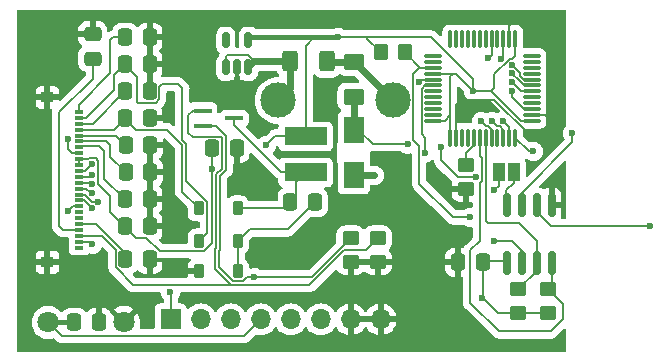
<source format=gbl>
%TF.GenerationSoftware,KiCad,Pcbnew,7.0.5*%
%TF.CreationDate,2023-07-22T13:56:16+02:00*%
%TF.ProjectId,eink-NFC,65696e6b-2d4e-4464-932e-6b696361645f,rev?*%
%TF.SameCoordinates,Original*%
%TF.FileFunction,Copper,L2,Bot*%
%TF.FilePolarity,Positive*%
%FSLAX46Y46*%
G04 Gerber Fmt 4.6, Leading zero omitted, Abs format (unit mm)*
G04 Created by KiCad (PCBNEW 7.0.5) date 2023-07-22 13:56:16*
%MOMM*%
%LPD*%
G01*
G04 APERTURE LIST*
G04 Aperture macros list*
%AMRoundRect*
0 Rectangle with rounded corners*
0 $1 Rounding radius*
0 $2 $3 $4 $5 $6 $7 $8 $9 X,Y pos of 4 corners*
0 Add a 4 corners polygon primitive as box body*
4,1,4,$2,$3,$4,$5,$6,$7,$8,$9,$2,$3,0*
0 Add four circle primitives for the rounded corners*
1,1,$1+$1,$2,$3*
1,1,$1+$1,$4,$5*
1,1,$1+$1,$6,$7*
1,1,$1+$1,$8,$9*
0 Add four rect primitives between the rounded corners*
20,1,$1+$1,$2,$3,$4,$5,0*
20,1,$1+$1,$4,$5,$6,$7,0*
20,1,$1+$1,$6,$7,$8,$9,0*
20,1,$1+$1,$8,$9,$2,$3,0*%
G04 Aperture macros list end*
%TA.AperFunction,SMDPad,CuDef*%
%ADD10RoundRect,0.075000X-0.075000X-0.662500X0.075000X-0.662500X0.075000X0.662500X-0.075000X0.662500X0*%
%TD*%
%TA.AperFunction,SMDPad,CuDef*%
%ADD11RoundRect,0.075000X-0.662500X-0.075000X0.662500X-0.075000X0.662500X0.075000X-0.662500X0.075000X0*%
%TD*%
%TA.AperFunction,SMDPad,CuDef*%
%ADD12R,1.500000X0.450000*%
%TD*%
%TA.AperFunction,SMDPad,CuDef*%
%ADD13RoundRect,0.150000X0.150000X-0.512500X0.150000X0.512500X-0.150000X0.512500X-0.150000X-0.512500X0*%
%TD*%
%TA.AperFunction,SMDPad,CuDef*%
%ADD14RoundRect,0.150000X-0.150000X0.825000X-0.150000X-0.825000X0.150000X-0.825000X0.150000X0.825000X0*%
%TD*%
%TA.AperFunction,ComponentPad*%
%ADD15C,1.800000*%
%TD*%
%TA.AperFunction,ComponentPad*%
%ADD16O,1.700000X1.700000*%
%TD*%
%TA.AperFunction,ComponentPad*%
%ADD17R,1.700000X1.700000*%
%TD*%
%TA.AperFunction,SMDPad,CuDef*%
%ADD18RoundRect,0.250000X0.337500X0.475000X-0.337500X0.475000X-0.337500X-0.475000X0.337500X-0.475000X0*%
%TD*%
%TA.AperFunction,SMDPad,CuDef*%
%ADD19R,3.600000X1.500000*%
%TD*%
%TA.AperFunction,SMDPad,CuDef*%
%ADD20RoundRect,0.250000X-0.350000X-0.450000X0.350000X-0.450000X0.350000X0.450000X-0.350000X0.450000X0*%
%TD*%
%TA.AperFunction,SMDPad,CuDef*%
%ADD21RoundRect,0.250000X-0.475000X0.337500X-0.475000X-0.337500X0.475000X-0.337500X0.475000X0.337500X0*%
%TD*%
%TA.AperFunction,SMDPad,CuDef*%
%ADD22R,0.800000X0.300000*%
%TD*%
%TA.AperFunction,SMDPad,CuDef*%
%ADD23R,1.000000X0.950000*%
%TD*%
%TA.AperFunction,SMDPad,CuDef*%
%ADD24RoundRect,0.250000X0.400000X0.625000X-0.400000X0.625000X-0.400000X-0.625000X0.400000X-0.625000X0*%
%TD*%
%TA.AperFunction,SMDPad,CuDef*%
%ADD25RoundRect,0.225000X-0.225000X-0.375000X0.225000X-0.375000X0.225000X0.375000X-0.225000X0.375000X0*%
%TD*%
%TA.AperFunction,SMDPad,CuDef*%
%ADD26RoundRect,0.250000X0.450000X-0.350000X0.450000X0.350000X-0.450000X0.350000X-0.450000X-0.350000X0*%
%TD*%
%TA.AperFunction,SMDPad,CuDef*%
%ADD27RoundRect,0.250001X0.624999X-0.462499X0.624999X0.462499X-0.624999X0.462499X-0.624999X-0.462499X0*%
%TD*%
%TA.AperFunction,SMDPad,CuDef*%
%ADD28R,1.701800X2.209800*%
%TD*%
%TA.AperFunction,SMDPad,CuDef*%
%ADD29R,1.000000X1.500000*%
%TD*%
%TA.AperFunction,SMDPad,CuDef*%
%ADD30RoundRect,0.250000X-0.450000X0.350000X-0.450000X-0.350000X0.450000X-0.350000X0.450000X0.350000X0*%
%TD*%
%TA.AperFunction,SMDPad,CuDef*%
%ADD31C,3.000000*%
%TD*%
%TA.AperFunction,SMDPad,CuDef*%
%ADD32RoundRect,0.250000X-0.337500X-0.475000X0.337500X-0.475000X0.337500X0.475000X-0.337500X0.475000X0*%
%TD*%
%TA.AperFunction,SMDPad,CuDef*%
%ADD33RoundRect,0.225000X0.225000X0.375000X-0.225000X0.375000X-0.225000X-0.375000X0.225000X-0.375000X0*%
%TD*%
%TA.AperFunction,ViaPad*%
%ADD34C,0.600000*%
%TD*%
%TA.AperFunction,Conductor*%
%ADD35C,0.200000*%
%TD*%
%TA.AperFunction,Conductor*%
%ADD36C,0.150000*%
%TD*%
%TA.AperFunction,Conductor*%
%ADD37C,0.600000*%
%TD*%
%TA.AperFunction,Conductor*%
%ADD38C,0.400000*%
%TD*%
%TA.AperFunction,Conductor*%
%ADD39C,0.127000*%
%TD*%
G04 APERTURE END LIST*
D10*
%TO.P,U1,48,VDD*%
%TO.N,VDD*%
X149163500Y-78329500D03*
%TO.P,U1,47,VSS*%
%TO.N,GND*%
X149663500Y-78329500D03*
%TO.P,U1,46,PB9*%
%TO.N,unconnected-(U1-PB9-Pad46)*%
X150163500Y-78329500D03*
%TO.P,U1,45,PB8*%
%TO.N,unconnected-(U1-PB8-Pad45)*%
X150663500Y-78329500D03*
%TO.P,U1,44,BOOT0*%
%TO.N,/BOOT0*%
X151163500Y-78329500D03*
%TO.P,U1,43,PB7*%
%TO.N,ST25DV_SDA*%
X151663500Y-78329500D03*
%TO.P,U1,42,PB6*%
%TO.N,ST25DV_SCL*%
X152163500Y-78329500D03*
%TO.P,U1,41,PB5*%
%TO.N,ePaper_MOSI*%
X152663500Y-78329500D03*
%TO.P,U1,40,PB4*%
%TO.N,unconnected-(U1-PB4-Pad40)*%
X153163500Y-78329500D03*
%TO.P,U1,39,PB3*%
%TO.N,ePaper_SCK*%
X153663500Y-78329500D03*
%TO.P,U1,38,PA15*%
%TO.N,ePaper_CS#*%
X154163500Y-78329500D03*
%TO.P,U1,37,PA14*%
%TO.N,SWCLK*%
X154663500Y-78329500D03*
D11*
%TO.P,U1,36,VDD_USB*%
%TO.N,VDD*%
X156076000Y-76917000D03*
%TO.P,U1,35,VSS*%
%TO.N,GND*%
X156076000Y-76417000D03*
%TO.P,U1,34,PA13*%
%TO.N,SWDIO*%
X156076000Y-75917000D03*
%TO.P,U1,33,PA12*%
%TO.N,unconnected-(U1-PA12-Pad33)*%
X156076000Y-75417000D03*
%TO.P,U1,32,PA11*%
%TO.N,unconnected-(U1-PA11-Pad32)*%
X156076000Y-74917000D03*
%TO.P,U1,31,PA10*%
%TO.N,USART_RX*%
X156076000Y-74417000D03*
%TO.P,U1,30,PA9*%
%TO.N,USART_TX*%
X156076000Y-73917000D03*
%TO.P,U1,29,PA8*%
%TO.N,ePaper_BUSY*%
X156076000Y-73417000D03*
%TO.P,U1,28,PB15*%
%TO.N,unconnected-(U1-PB15-Pad28)*%
X156076000Y-72917000D03*
%TO.P,U1,27,PB14*%
%TO.N,unconnected-(U1-PB14-Pad27)*%
X156076000Y-72417000D03*
%TO.P,U1,26,PB13*%
%TO.N,unconnected-(U1-PB13-Pad26)*%
X156076000Y-71917000D03*
%TO.P,U1,25,PB12*%
%TO.N,unconnected-(U1-PB12-Pad25)*%
X156076000Y-71417000D03*
D10*
%TO.P,U1,24,VDD*%
%TO.N,VDD*%
X154663500Y-70004500D03*
%TO.P,U1,23,VSS*%
%TO.N,GND*%
X154163500Y-70004500D03*
%TO.P,U1,22,PB11*%
%TO.N,ePaper_D{slash}C#*%
X153663500Y-70004500D03*
%TO.P,U1,21,PB10*%
%TO.N,unconnected-(U1-PB10-Pad21)*%
X153163500Y-70004500D03*
%TO.P,U1,20,PB2*%
%TO.N,ePaper_RESET#*%
X152663500Y-70004500D03*
%TO.P,U1,19,PB1*%
%TO.N,unconnected-(U1-PB1-Pad19)*%
X152163500Y-70004500D03*
%TO.P,U1,18,PB0*%
%TO.N,unconnected-(U1-PB0-Pad18)*%
X151663500Y-70004500D03*
%TO.P,U1,17,PA7*%
%TO.N,unconnected-(U1-PA7-Pad17)*%
X151163500Y-70004500D03*
%TO.P,U1,16,PA6*%
%TO.N,unconnected-(U1-PA6-Pad16)*%
X150663500Y-70004500D03*
%TO.P,U1,15,PA5*%
%TO.N,unconnected-(U1-PA5-Pad15)*%
X150163500Y-70004500D03*
%TO.P,U1,14,PA4*%
%TO.N,unconnected-(U1-PA4-Pad14)*%
X149663500Y-70004500D03*
%TO.P,U1,13,PA3*%
%TO.N,unconnected-(U1-PA3-Pad13)*%
X149163500Y-70004500D03*
D11*
%TO.P,U1,12,PA2*%
%TO.N,unconnected-(U1-PA2-Pad12)*%
X147751000Y-71417000D03*
%TO.P,U1,11,PA1*%
%TO.N,unconnected-(U1-PA1-Pad11)*%
X147751000Y-71917000D03*
%TO.P,U1,10,PA0*%
%TO.N,SYS_WKUP1*%
X147751000Y-72417000D03*
%TO.P,U1,9,VDDA*%
%TO.N,VDD*%
X147751000Y-72917000D03*
%TO.P,U1,8,VSSA*%
%TO.N,GND*%
X147751000Y-73417000D03*
%TO.P,U1,7,NRST*%
%TO.N,NRST*%
X147751000Y-73917000D03*
%TO.P,U1,6,PH1*%
%TO.N,unconnected-(U1-PH1-Pad6)*%
X147751000Y-74417000D03*
%TO.P,U1,5,PH0*%
%TO.N,unconnected-(U1-PH0-Pad5)*%
X147751000Y-74917000D03*
%TO.P,U1,4,PC15*%
%TO.N,unconnected-(U1-PC15-Pad4)*%
X147751000Y-75417000D03*
%TO.P,U1,3,PC14*%
%TO.N,unconnected-(U1-PC14-Pad3)*%
X147751000Y-75917000D03*
%TO.P,U1,2,PC13*%
%TO.N,unconnected-(U1-PC13-Pad2)*%
X147751000Y-76417000D03*
%TO.P,U1,1,VLCD*%
%TO.N,VDD*%
X147751000Y-76917000D03*
%TD*%
D12*
%TO.P,Q1,1,G*%
%TO.N,GDR*%
X128210000Y-77358000D03*
%TO.P,Q1,2,S*%
%TO.N,RESE*%
X128210000Y-76058000D03*
%TO.P,Q1,3,D*%
%TO.N,Net-(D3-A)*%
X130870000Y-76708000D03*
%TD*%
D13*
%TO.P,U2,1,VIN*%
%TO.N,Net-(U2-EN)*%
X132080000Y-72379000D03*
%TO.P,U2,2,GND*%
%TO.N,GND*%
X131130000Y-72379000D03*
%TO.P,U2,3,EN*%
%TO.N,Net-(U2-EN)*%
X130180000Y-72379000D03*
%TO.P,U2,4,NC*%
%TO.N,unconnected-(U2-NC-Pad4)*%
X130180000Y-70104000D03*
%TO.P,U2,5,VOUT*%
%TO.N,VDD*%
X132080000Y-70104000D03*
%TD*%
D14*
%TO.P,RF1,8,VCC*%
%TO.N,VDD*%
X153949400Y-88987400D03*
%TO.P,RF1,7,GPO*%
%TO.N,SYS_WKUP1*%
X155219400Y-88987400D03*
%TO.P,RF1,6,SCL*%
%TO.N,ST25DV_SCL*%
X156489400Y-88987400D03*
%TO.P,RF1,5,SDA*%
%TO.N,ST25DV_SDA*%
X157759400Y-88987400D03*
%TO.P,RF1,4,GND*%
%TO.N,GND*%
X157759400Y-84037400D03*
%TO.P,RF1,3,AC1*%
%TO.N,Net-(ANT1-1)*%
X156489400Y-84037400D03*
%TO.P,RF1,2,AC0*%
%TO.N,Net-(ANT1-2)*%
X155219400Y-84037400D03*
%TO.P,RF1,1,V_EH*%
%TO.N,Net-(JP1-B)*%
X153949400Y-84037400D03*
%TD*%
D15*
%TO.P,S1,1,COM*%
%TO.N,NRST*%
X115131500Y-93980000D03*
%TO.P,S1,2,NO*%
%TO.N,GND*%
X121531500Y-93980000D03*
%TD*%
D16*
%TO.P,J2,8,Pin_8*%
%TO.N,GND*%
X143276793Y-93725293D03*
%TO.P,J2,7,Pin_7*%
X140736793Y-93725293D03*
%TO.P,J2,6,Pin_6*%
%TO.N,USART_RX*%
X138196793Y-93725293D03*
%TO.P,J2,5,Pin_5*%
%TO.N,USART_TX*%
X135656793Y-93725293D03*
%TO.P,J2,4,Pin_4*%
%TO.N,NRST*%
X133116793Y-93725293D03*
%TO.P,J2,3,Pin_3*%
%TO.N,SWCLK*%
X130576793Y-93725293D03*
%TO.P,J2,2,Pin_2*%
%TO.N,SWDIO*%
X128036793Y-93725293D03*
D17*
%TO.P,J2,1,Pin_1*%
%TO.N,VDD*%
X125496793Y-93725293D03*
%TD*%
D18*
%TO.P,C15,1*%
%TO.N,VDD*%
X151913500Y-88900000D03*
%TO.P,C15,2*%
%TO.N,GND*%
X149838500Y-88900000D03*
%TD*%
D19*
%TO.P,L1,1,1*%
%TO.N,VDD*%
X136927500Y-78232000D03*
%TO.P,L1,2,2*%
%TO.N,Net-(D3-A)*%
X136927500Y-81282000D03*
%TD*%
D18*
%TO.P,C12,1*%
%TO.N,GND*%
X123719500Y-69850000D03*
%TO.P,C12,2*%
%TO.N,/VCOM*%
X121644500Y-69850000D03*
%TD*%
D20*
%TO.P,R4,1*%
%TO.N,VDD*%
X143309500Y-71120000D03*
%TO.P,R4,2*%
%TO.N,SYS_WKUP1*%
X145309500Y-71120000D03*
%TD*%
D18*
%TO.P,C7,1*%
%TO.N,GND*%
X123762500Y-81280000D03*
%TO.P,C7,2*%
%TO.N,/VPP*%
X121687500Y-81280000D03*
%TD*%
D21*
%TO.P,C13,1*%
%TO.N,GND*%
X118893500Y-69574500D03*
%TO.P,C13,2*%
%TO.N,/VGL*%
X118893500Y-71649500D03*
%TD*%
D18*
%TO.P,C6,1*%
%TO.N,GND*%
X123719500Y-83566000D03*
%TO.P,C6,2*%
%TO.N,/VDD_eink*%
X121644500Y-83566000D03*
%TD*%
D22*
%TO.P,J3,1,1*%
%TO.N,/HLT_CTL*%
X117762000Y-87655000D03*
%TO.P,J3,2,2*%
%TO.N,GDR*%
X117762000Y-87155000D03*
%TO.P,J3,3,3*%
%TO.N,RESE*%
X117762000Y-86655000D03*
%TO.P,J3,4,4*%
%TO.N,/VGL*%
X117762000Y-86155000D03*
%TO.P,J3,5,5*%
%TO.N,/VGH*%
X117762000Y-85655000D03*
%TO.P,J3,6,6*%
%TO.N,/TSCL*%
X117762000Y-85155000D03*
%TO.P,J3,7,7*%
%TO.N,/TSDA*%
X117762000Y-84655000D03*
%TO.P,J3,8,8*%
%TO.N,GND*%
X117762000Y-84155000D03*
%TO.P,J3,9,9*%
%TO.N,ePaper_BUSY*%
X117762000Y-83655000D03*
%TO.P,J3,10,10*%
%TO.N,ePaper_RESET#*%
X117762000Y-83155000D03*
%TO.P,J3,11,11*%
%TO.N,ePaper_D{slash}C#*%
X117762000Y-82655000D03*
%TO.P,J3,12,12*%
%TO.N,ePaper_CS#*%
X117762000Y-82155000D03*
%TO.P,J3,13,13*%
%TO.N,ePaper_SCK*%
X117762000Y-81655000D03*
%TO.P,J3,14,14*%
%TO.N,ePaper_MOSI*%
X117762000Y-81155000D03*
%TO.P,J3,15,15*%
%TO.N,VDD*%
X117762000Y-80655000D03*
%TO.P,J3,16,16*%
X117762000Y-80155000D03*
%TO.P,J3,17,17*%
%TO.N,GND*%
X117762000Y-79655000D03*
%TO.P,J3,18,18*%
%TO.N,/VDD_eink*%
X117762000Y-79155000D03*
%TO.P,J3,19,19*%
%TO.N,/VPP*%
X117762000Y-78655000D03*
%TO.P,J3,20,20*%
%TO.N,/VSH*%
X117762000Y-78155000D03*
%TO.P,J3,21,21*%
%TO.N,PREVGH*%
X117762000Y-77655000D03*
%TO.P,J3,22,22*%
%TO.N,/VSL*%
X117762000Y-77155000D03*
%TO.P,J3,23,23*%
%TO.N,PREVGL*%
X117762000Y-76655000D03*
%TO.P,J3,24,24*%
%TO.N,/VCOM*%
X117762000Y-76155000D03*
D23*
%TO.P,J3,MP1,MP1*%
%TO.N,GND*%
X115062000Y-88880000D03*
%TO.P,J3,MP2,MP2*%
X115062000Y-74930000D03*
%TD*%
D24*
%TO.P,R7,1*%
%TO.N,Net-(F1-Pad2)*%
X138731500Y-71882000D03*
%TO.P,R7,2*%
%TO.N,Net-(U2-EN)*%
X135631500Y-71882000D03*
%TD*%
D25*
%TO.P,D3,1,K*%
%TO.N,PREVGH*%
X127890000Y-84328000D03*
%TO.P,D3,2,A*%
%TO.N,Net-(D3-A)*%
X131190000Y-84328000D03*
%TD*%
D26*
%TO.P,R5,1*%
%TO.N,VDD*%
X154940000Y-93186000D03*
%TO.P,R5,2*%
%TO.N,ST25DV_SCL*%
X154940000Y-91186000D03*
%TD*%
D27*
%TO.P,F1,1*%
%TO.N,+3V8*%
X140991500Y-74893500D03*
%TO.P,F1,2*%
%TO.N,Net-(F1-Pad2)*%
X140991500Y-71918500D03*
%TD*%
D18*
%TO.P,C10,1*%
%TO.N,GND*%
X123719500Y-74422000D03*
%TO.P,C10,2*%
%TO.N,/VSL*%
X121644500Y-74422000D03*
%TD*%
%TO.P,C3,1*%
%TO.N,Net-(D1-A)*%
X137711000Y-83820000D03*
%TO.P,C3,2*%
%TO.N,Net-(D3-A)*%
X135636000Y-83820000D03*
%TD*%
D28*
%TO.P,CR1,1*%
%TO.N,+BATT*%
X140991500Y-81534000D03*
%TO.P,CR1,2*%
%TO.N,+3V8*%
X140991500Y-77673200D03*
%TD*%
D29*
%TO.P,JP1,1,A*%
%TO.N,+3V8*%
X153274000Y-81280000D03*
%TO.P,JP1,2,B*%
%TO.N,Net-(JP1-B)*%
X154574000Y-81280000D03*
%TD*%
D26*
%TO.P,R6,1*%
%TO.N,VDD*%
X157480000Y-93186000D03*
%TO.P,R6,2*%
%TO.N,ST25DV_SDA*%
X157480000Y-91186000D03*
%TD*%
D18*
%TO.P,C9,1*%
%TO.N,GND*%
X123719500Y-76708000D03*
%TO.P,C9,2*%
%TO.N,PREVGH*%
X121644500Y-76708000D03*
%TD*%
D30*
%TO.P,R3,1*%
%TO.N,/BOOT0*%
X150495000Y-80686400D03*
%TO.P,R3,2*%
%TO.N,GND*%
X150495000Y-82686400D03*
%TD*%
D25*
%TO.P,D1,1,K*%
%TO.N,GND*%
X127890000Y-89662000D03*
%TO.P,D1,2,A*%
%TO.N,Net-(D1-A)*%
X131190000Y-89662000D03*
%TD*%
D18*
%TO.P,C14,1*%
%TO.N,GND*%
X123719500Y-88646000D03*
%TO.P,C14,2*%
%TO.N,/VGH*%
X121644500Y-88646000D03*
%TD*%
%TO.P,C8,1*%
%TO.N,GND*%
X123762500Y-78994000D03*
%TO.P,C8,2*%
%TO.N,/VSH*%
X121687500Y-78994000D03*
%TD*%
%TO.P,C5,1*%
%TO.N,GND*%
X123719500Y-85852000D03*
%TO.P,C5,2*%
%TO.N,VDD*%
X121644500Y-85852000D03*
%TD*%
D31*
%TO.P,TP1,1,1*%
%TO.N,Net-(F1-Pad2)*%
X144293500Y-75184000D03*
%TD*%
D26*
%TO.P,R2,1*%
%TO.N,GND*%
X143023500Y-88868000D03*
%TO.P,R2,2*%
%TO.N,RESE*%
X143023500Y-86868000D03*
%TD*%
D18*
%TO.P,C2,1*%
%TO.N,GND*%
X131085500Y-79248000D03*
%TO.P,C2,2*%
%TO.N,VDD*%
X129010500Y-79248000D03*
%TD*%
D31*
%TO.P,TP2,1,1*%
%TO.N,Net-(U2-EN)*%
X134620000Y-75184000D03*
%TD*%
D26*
%TO.P,R1,1*%
%TO.N,GND*%
X140737500Y-88868000D03*
%TO.P,R1,2*%
%TO.N,GDR*%
X140737500Y-86868000D03*
%TD*%
D32*
%TO.P,C1,1*%
%TO.N,NRST*%
X117348000Y-93980000D03*
%TO.P,C1,2*%
%TO.N,GND*%
X119423000Y-93980000D03*
%TD*%
D33*
%TO.P,D2,1,K*%
%TO.N,Net-(D1-A)*%
X131190000Y-87122000D03*
%TO.P,D2,2,A*%
%TO.N,PREVGL*%
X127890000Y-87122000D03*
%TD*%
D18*
%TO.P,C11,1*%
%TO.N,GND*%
X123719500Y-72136000D03*
%TO.P,C11,2*%
%TO.N,PREVGL*%
X121644500Y-72136000D03*
%TD*%
D34*
%TO.N,GND*%
X147320000Y-88900000D03*
X146050000Y-88900000D03*
X147320000Y-87630000D03*
X146050000Y-87630000D03*
X114808000Y-86360000D03*
X114808000Y-85344000D03*
X114808000Y-84328000D03*
X114808000Y-78740000D03*
X114808000Y-77724000D03*
X114808000Y-76708000D03*
X135890000Y-88900000D03*
X134620000Y-88900000D03*
X135890000Y-87630000D03*
X134620000Y-87630000D03*
X150114000Y-75158600D03*
X158165800Y-81864200D03*
X149860000Y-84124800D03*
%TO.N,+3V8*%
X151310500Y-81686400D03*
X145592800Y-78892400D03*
X148386800Y-79121000D03*
X152908000Y-82753200D03*
%TO.N,VDD*%
X151892000Y-91948000D03*
X151130000Y-74422000D03*
X139700000Y-69850000D03*
%TO.N,Net-(ANT1-1)*%
X166116000Y-85852000D03*
%TO.N,Net-(ANT1-2)*%
X159512000Y-77978000D03*
%TO.N,+BATT*%
X142748000Y-81534000D03*
%TO.N,GND*%
X146558000Y-73660000D03*
X125501400Y-75031600D03*
X116840000Y-84582000D03*
X125730000Y-86614000D03*
X125476000Y-89408000D03*
X133604000Y-83058000D03*
X130048000Y-74422000D03*
X116840000Y-78486000D03*
X129032000Y-74422000D03*
X125730000Y-85598000D03*
X131064000Y-74422000D03*
%TO.N,NRST*%
X147059100Y-79629000D03*
%TO.N,VDD*%
X129010500Y-81026000D03*
X125476000Y-91440000D03*
X133604000Y-78994000D03*
%TO.N,SWDIO*%
X154422959Y-74395544D03*
%TO.N,SWCLK*%
X156210000Y-79502000D03*
%TO.N,USART_TX*%
X154432000Y-72898000D03*
%TO.N,USART_RX*%
X154432000Y-73660000D03*
%TO.N,GDR*%
X132588000Y-90170000D03*
X118872000Y-87376000D03*
%TO.N,ePaper_BUSY*%
X118872000Y-84328000D03*
X154432000Y-72171497D03*
%TO.N,ePaper_RESET#*%
X152400000Y-71628000D03*
X119380000Y-83784503D03*
%TO.N,ePaper_D{slash}C#*%
X153486166Y-71698165D03*
X118872000Y-83058000D03*
%TO.N,ePaper_CS#*%
X153650538Y-76923565D03*
X118853500Y-82296000D03*
%TO.N,ePaper_SCK*%
X152698540Y-76958783D03*
X118853500Y-81534000D03*
%TO.N,ePaper_MOSI*%
X151790400Y-76962500D03*
X118853500Y-80576052D03*
%TO.N,SYS_WKUP1*%
X152908000Y-87122000D03*
X150876000Y-85090000D03*
%TD*%
D35*
%TO.N,GND*%
X155807043Y-78054200D02*
X156438600Y-78054200D01*
X152911443Y-75158600D02*
X155807043Y-78054200D01*
X150114000Y-75158600D02*
X152911443Y-75158600D01*
X150114000Y-75158600D02*
X149663500Y-75609100D01*
X149663500Y-75609100D02*
X149663500Y-78329500D01*
D36*
%TO.N,VDD*%
X149377400Y-72918000D02*
X147751000Y-72918000D01*
X149626000Y-72918000D02*
X149377400Y-72918000D01*
X149163500Y-76454000D02*
X149163500Y-73131900D01*
X149163500Y-73131900D02*
X149377400Y-72918000D01*
D35*
X149163500Y-76606400D02*
X149163500Y-76454000D01*
X149163500Y-78330500D02*
X149163500Y-76606400D01*
X142138400Y-69948900D02*
X142138400Y-69850000D01*
X143309500Y-71120000D02*
X142138400Y-69948900D01*
X139700000Y-69850000D02*
X142138400Y-69850000D01*
X142138400Y-69850000D02*
X147574000Y-69850000D01*
X151130000Y-73406000D02*
X151130000Y-74422000D01*
X147574000Y-69850000D02*
X151130000Y-73406000D01*
%TO.N,SYS_WKUP1*%
X154406600Y-87122000D02*
X152908000Y-87122000D01*
X155219400Y-87934800D02*
X154406600Y-87122000D01*
X155219400Y-88987400D02*
X155219400Y-87934800D01*
%TO.N,ST25DV_SCL*%
X152163500Y-85361500D02*
X152163500Y-78330500D01*
X152400000Y-85598000D02*
X152163500Y-85361500D01*
X156489400Y-87122000D02*
X154965400Y-85598000D01*
X156489400Y-88987400D02*
X156489400Y-87122000D01*
X154965400Y-85598000D02*
X152400000Y-85598000D01*
%TO.N,ePaper_CS#*%
X154163500Y-77436527D02*
X154163500Y-78329500D01*
X153650538Y-76923565D02*
X154163500Y-77436527D01*
%TO.N,ePaper_SCK*%
X153663500Y-77664908D02*
X153363592Y-77365000D01*
X153363592Y-77365000D02*
X153104757Y-77365000D01*
X153663500Y-78329500D02*
X153663500Y-77664908D01*
X153104757Y-77365000D02*
X152698540Y-76958783D01*
%TO.N,PREVGL*%
X122682000Y-73173500D02*
X121644500Y-72136000D01*
X122682000Y-75317580D02*
X122682000Y-73173500D01*
X122738420Y-75374000D02*
X122682000Y-75317580D01*
X124254580Y-75374000D02*
X122738420Y-75374000D01*
X124534000Y-75094580D02*
X124254580Y-75374000D01*
X124534000Y-74043199D02*
X124534000Y-75094580D01*
X124764799Y-73812400D02*
X124534000Y-74043199D01*
X126492000Y-78531552D02*
X126492000Y-74168000D01*
X126819000Y-78858552D02*
X126492000Y-78531552D01*
X126492000Y-74168000D02*
X126136400Y-73812400D01*
X126819000Y-82017775D02*
X126819000Y-78858552D01*
X126136400Y-73812400D02*
X124764799Y-73812400D01*
X128567000Y-83765775D02*
X126819000Y-82017775D01*
X127890000Y-87122000D02*
X128567000Y-86445000D01*
X128567000Y-86445000D02*
X128567000Y-83765775D01*
%TO.N,SYS_WKUP1*%
X146607500Y-72418000D02*
X147750000Y-72418000D01*
X147750000Y-72418000D02*
X147751000Y-72417000D01*
%TO.N,+3V8*%
X141374222Y-77673200D02*
X140991500Y-77673200D01*
X142593422Y-78892400D02*
X141374222Y-77673200D01*
X145592800Y-78892400D02*
X142593422Y-78892400D01*
%TO.N,ST25DV_SDA*%
X158724600Y-92430600D02*
X157480000Y-91186000D01*
X158724600Y-93726000D02*
X158724600Y-92430600D01*
X157708600Y-94742000D02*
X158724600Y-93726000D01*
X153264920Y-94742000D02*
X157708600Y-94742000D01*
X150876000Y-92353080D02*
X153264920Y-94742000D01*
X151663500Y-87096500D02*
X150876000Y-87884000D01*
X151837000Y-82006291D02*
X151663500Y-82179791D01*
X150876000Y-87884000D02*
X150876000Y-92353080D01*
X151837000Y-80036420D02*
X151837000Y-82006291D01*
X151663500Y-79862920D02*
X151837000Y-80036420D01*
X151663500Y-82179791D02*
X151663500Y-87096500D01*
X151663500Y-78330500D02*
X151663500Y-79862920D01*
%TO.N,+3V8*%
X149809200Y-81686400D02*
X151310500Y-81686400D01*
X148386800Y-80264000D02*
X149809200Y-81686400D01*
X148386800Y-79121000D02*
X148386800Y-80264000D01*
%TO.N,/BOOT0*%
X150495000Y-79662592D02*
X151163500Y-78994092D01*
X150495000Y-80686400D02*
X150495000Y-79662592D01*
X151163500Y-78994092D02*
X151163500Y-78329500D01*
%TO.N,ePaper_SCK*%
X153663500Y-77664908D02*
X153663500Y-78330500D01*
%TO.N,ePaper_MOSI*%
X152663500Y-77664908D02*
X152663500Y-78330500D01*
X152363592Y-77365000D02*
X152663500Y-77664908D01*
X152192900Y-77365000D02*
X152363592Y-77365000D01*
X151790400Y-76962500D02*
X152192900Y-77365000D01*
%TO.N,SYS_WKUP1*%
X146607500Y-72418000D02*
X145309500Y-71120000D01*
X146530000Y-72418000D02*
X146607500Y-72418000D01*
X146031000Y-78560791D02*
X146031000Y-72917000D01*
X146031000Y-72917000D02*
X146530000Y-72418000D01*
X150876000Y-85090000D02*
X149402800Y-85090000D01*
X149402800Y-85090000D02*
X146532600Y-82219800D01*
X146532600Y-82219800D02*
X146532600Y-79062391D01*
X146532600Y-79062391D02*
X146031000Y-78560791D01*
%TO.N,NRST*%
X146786500Y-78063000D02*
X146786500Y-74193500D01*
X147059100Y-79629000D02*
X147059100Y-78335600D01*
X147059100Y-78335600D02*
X146786500Y-78063000D01*
X146786500Y-74193500D02*
X147062000Y-73918000D01*
X147062000Y-73918000D02*
X147751000Y-73918000D01*
%TO.N,+3V8*%
X153274000Y-82387200D02*
X152908000Y-82753200D01*
X153274000Y-81280000D02*
X153274000Y-82387200D01*
%TO.N,Net-(JP1-B)*%
X154574000Y-82154000D02*
X154574000Y-81280000D01*
X153924000Y-84012000D02*
X153924000Y-82804000D01*
X153949400Y-84037400D02*
X153924000Y-84012000D01*
X153924000Y-82804000D02*
X154574000Y-82154000D01*
%TO.N,SWCLK*%
X155835000Y-79502000D02*
X154663500Y-78330500D01*
X156210000Y-79502000D02*
X155835000Y-79502000D01*
%TO.N,Net-(U2-EN)*%
X132069000Y-71374000D02*
X132577000Y-71882000D01*
X130302000Y-71374000D02*
X132069000Y-71374000D01*
X130180000Y-72379000D02*
X130180000Y-71496000D01*
X130180000Y-71496000D02*
X130302000Y-71374000D01*
D37*
X135631500Y-71882000D02*
X132577000Y-71882000D01*
X132577000Y-71882000D02*
X132080000Y-72379000D01*
D38*
%TO.N,VDD*%
X137668000Y-69850000D02*
X132334000Y-69850000D01*
X132334000Y-69850000D02*
X132080000Y-70104000D01*
D35*
%TO.N,RESE*%
X127396000Y-76058000D02*
X127000000Y-76454000D01*
X128210000Y-76058000D02*
X127396000Y-76058000D01*
X127000000Y-77905000D02*
X127000000Y-76454000D01*
X127391000Y-78296000D02*
X127000000Y-77905000D01*
X129798000Y-78296000D02*
X127391000Y-78296000D01*
X129825000Y-78323000D02*
X129798000Y-78296000D01*
%TO.N,GDR*%
X129322448Y-77358000D02*
X128210000Y-77358000D01*
X130152000Y-78187552D02*
X129322448Y-77358000D01*
%TO.N,Net-(D3-A)*%
X130870000Y-77276000D02*
X134876000Y-81282000D01*
X134876000Y-81282000D02*
X136927500Y-81282000D01*
X130870000Y-76708000D02*
X130870000Y-77276000D01*
%TO.N,VDD*%
X151945500Y-91948000D02*
X153183500Y-93186000D01*
X151892000Y-91948000D02*
X151945500Y-91948000D01*
X151892000Y-91894500D02*
X151892000Y-91948000D01*
X125497500Y-91461500D02*
X125476000Y-91440000D01*
X125497500Y-93726000D02*
X125497500Y-91461500D01*
X157480000Y-93186000D02*
X154940000Y-93186000D01*
X153183500Y-93186000D02*
X154940000Y-93186000D01*
X151913500Y-91916000D02*
X151892000Y-91894500D01*
%TO.N,ST25DV_SCL*%
X154940000Y-91186000D02*
X156489400Y-89636600D01*
X156489400Y-89636600D02*
X156489400Y-88987400D01*
%TO.N,ST25DV_SDA*%
X157480000Y-91186000D02*
X157759400Y-90906600D01*
X157759400Y-90906600D02*
X157759400Y-88987400D01*
%TO.N,Net-(ANT1-1)*%
X157734000Y-85852000D02*
X166116000Y-85852000D01*
X156489400Y-84607400D02*
X157734000Y-85852000D01*
X156489400Y-84037400D02*
X156489400Y-84607400D01*
%TO.N,Net-(ANT1-2)*%
X155219400Y-83032600D02*
X155219400Y-84037400D01*
X159512000Y-78740000D02*
X155219400Y-83032600D01*
X159512000Y-77978000D02*
X159512000Y-78740000D01*
%TO.N,VDD*%
X136927500Y-70590500D02*
X137668000Y-69850000D01*
X136927500Y-78232000D02*
X136927500Y-70590500D01*
D38*
X137668000Y-69850000D02*
X139700000Y-69850000D01*
D37*
%TO.N,Net-(U2-EN)*%
X135631500Y-74172500D02*
X134620000Y-75184000D01*
X135631500Y-71882000D02*
X135631500Y-74172500D01*
D36*
%TO.N,VDD*%
X152908000Y-74151291D02*
X152637291Y-74422000D01*
X152908000Y-72985561D02*
X152908000Y-74151291D01*
D35*
X152637291Y-74422000D02*
X151130000Y-74422000D01*
X155133291Y-76918000D02*
X152637291Y-74422000D01*
X156076000Y-76918000D02*
X155133291Y-76918000D01*
D36*
X151130000Y-74422000D02*
X149626000Y-72918000D01*
D37*
%TO.N,+BATT*%
X142748000Y-81534000D02*
X140991500Y-81534000D01*
D35*
%TO.N,GND*%
X117762000Y-79655000D02*
X117162000Y-79655000D01*
X147751000Y-73418000D02*
X146800000Y-73418000D01*
X116840000Y-79333000D02*
X116840000Y-78486000D01*
X146800000Y-73418000D02*
X146558000Y-73660000D01*
X156076000Y-76418000D02*
X157444000Y-76418000D01*
D39*
X117762000Y-84155000D02*
X117267000Y-84155000D01*
X117267000Y-84155000D02*
X116840000Y-84582000D01*
D35*
X157444000Y-76418000D02*
X157480000Y-76454000D01*
X154163500Y-68600000D02*
X154178000Y-68600000D01*
X154163500Y-70005500D02*
X154163500Y-68600000D01*
X117162000Y-79655000D02*
X116840000Y-79333000D01*
%TO.N,NRST*%
X116258500Y-95107000D02*
X115131500Y-93980000D01*
X133117500Y-93726000D02*
X131736500Y-95107000D01*
X131736500Y-95107000D02*
X116258500Y-95107000D01*
D38*
X117348000Y-93980000D02*
X115131500Y-93980000D01*
D35*
%TO.N,VDD*%
X129010500Y-79248000D02*
X129010500Y-81026000D01*
D36*
X154390503Y-71669497D02*
X154224064Y-71669497D01*
D35*
X119380000Y-82296000D02*
X120396000Y-83312000D01*
X136927500Y-78232000D02*
X134366000Y-78232000D01*
D36*
X154663500Y-70005500D02*
X154663500Y-71396500D01*
D35*
X120396000Y-84603500D02*
X122596500Y-86804000D01*
D36*
X147751000Y-76918000D02*
X148699500Y-76918000D01*
D35*
X120396000Y-83312000D02*
X120396000Y-84603500D01*
X123444000Y-86804000D02*
X122596500Y-86804000D01*
X117762000Y-80655000D02*
X117762000Y-80155000D01*
X118491500Y-80155000D02*
X118597448Y-80049052D01*
X118491500Y-80155000D02*
X117762000Y-80155000D01*
X129010500Y-87240725D02*
X128302225Y-87949000D01*
D36*
X154224064Y-71669497D02*
X152908000Y-72985561D01*
X154663500Y-71396500D02*
X154390503Y-71669497D01*
D35*
X119380000Y-80282500D02*
X119380000Y-82296000D01*
X118597448Y-80049052D02*
X119146552Y-80049052D01*
D36*
X148699500Y-76918000D02*
X149163500Y-76454000D01*
D35*
X151913500Y-88900000D02*
X151913500Y-91916000D01*
X128302225Y-87949000D02*
X124589000Y-87949000D01*
X151913500Y-88900000D02*
X152049500Y-88764000D01*
X134366000Y-78232000D02*
X133604000Y-78994000D01*
X119146552Y-80049052D02*
X119380000Y-80282500D01*
X152049500Y-88764000D02*
X153986500Y-88764000D01*
X124589000Y-87949000D02*
X123444000Y-86804000D01*
X129010500Y-81026000D02*
X129010500Y-87240725D01*
%TO.N,Net-(D1-A)*%
X132206000Y-86106000D02*
X131190000Y-87122000D01*
X135425000Y-86106000D02*
X132206000Y-86106000D01*
X137711000Y-83820000D02*
X135425000Y-86106000D01*
X131190000Y-87122000D02*
X131190000Y-89662000D01*
%TO.N,Net-(D3-A)*%
X136144000Y-82065500D02*
X136927500Y-81282000D01*
X136144000Y-83312000D02*
X136144000Y-82065500D01*
X135128000Y-84328000D02*
X131190000Y-84328000D01*
X135636000Y-83820000D02*
X135128000Y-84328000D01*
X135636000Y-83820000D02*
X136144000Y-83312000D01*
%TO.N,/VDD_eink*%
X121644500Y-83566000D02*
X119888000Y-81809500D01*
X119888000Y-81809500D02*
X119888000Y-79502000D01*
X119461000Y-79075000D02*
X117529500Y-79075000D01*
X119888000Y-79502000D02*
X119461000Y-79075000D01*
%TO.N,/VPP*%
X121687500Y-81280000D02*
X120396000Y-79988500D01*
X120396000Y-79988500D02*
X120396000Y-78994000D01*
X120396000Y-78994000D02*
X120057000Y-78655000D01*
X120057000Y-78655000D02*
X117762000Y-78655000D01*
%TO.N,/VSH*%
X117762000Y-78155000D02*
X120848500Y-78155000D01*
X120848500Y-78155000D02*
X121687500Y-78994000D01*
%TO.N,PREVGH*%
X126492000Y-78994000D02*
X125158000Y-77660000D01*
X125158000Y-77660000D02*
X122596500Y-77660000D01*
X120697500Y-77655000D02*
X121644500Y-76708000D01*
X126492000Y-82930000D02*
X126492000Y-78994000D01*
X127890000Y-84328000D02*
X126492000Y-82930000D01*
X122596500Y-77660000D02*
X121644500Y-76708000D01*
X117762000Y-77655000D02*
X120697500Y-77655000D01*
%TO.N,/VSL*%
X118911500Y-77155000D02*
X121644500Y-74422000D01*
X117762000Y-77155000D02*
X118911500Y-77155000D01*
%TO.N,PREVGL*%
X120723000Y-74294000D02*
X120723000Y-73057500D01*
X118362000Y-76655000D02*
X120723000Y-74294000D01*
X120723000Y-73057500D02*
X121644500Y-72136000D01*
X117762000Y-76655000D02*
X118362000Y-76655000D01*
%TO.N,/VCOM*%
X120396000Y-70104000D02*
X120396000Y-72898000D01*
X117762000Y-75532000D02*
X120396000Y-72898000D01*
X120650000Y-69850000D02*
X120396000Y-70104000D01*
X117762000Y-76155000D02*
X117762000Y-75532000D01*
X121644500Y-69850000D02*
X120650000Y-69850000D01*
%TO.N,/VGL*%
X116078000Y-76200000D02*
X118893500Y-73384500D01*
X116381000Y-86155000D02*
X116078000Y-85852000D01*
X118893500Y-73384500D02*
X118893500Y-71649500D01*
X117762000Y-86155000D02*
X116381000Y-86155000D01*
X116078000Y-85852000D02*
X116078000Y-76200000D01*
%TO.N,/VGH*%
X119161500Y-85655000D02*
X121644500Y-88138000D01*
X117762000Y-85655000D02*
X119161500Y-85655000D01*
D37*
%TO.N,+3V8*%
X140991500Y-77673200D02*
X140991500Y-74893500D01*
%TO.N,Net-(F1-Pad2)*%
X138768000Y-71918500D02*
X138731500Y-71882000D01*
X140991500Y-71918500D02*
X138768000Y-71918500D01*
X141028000Y-71918500D02*
X144293500Y-75184000D01*
X140991500Y-71918500D02*
X141028000Y-71918500D01*
D35*
%TO.N,SWDIO*%
X154422959Y-74929551D02*
X155411408Y-75918000D01*
X155411408Y-75918000D02*
X156076000Y-75918000D01*
X154422959Y-74395544D02*
X154422959Y-74929551D01*
%TO.N,USART_TX*%
X154959000Y-73465592D02*
X155411408Y-73918000D01*
X154432000Y-72914709D02*
X154959000Y-73441709D01*
X155411408Y-73918000D02*
X156076000Y-73918000D01*
X154959000Y-73441709D02*
X154959000Y-73465592D01*
X154432000Y-72898000D02*
X154432000Y-72914709D01*
%TO.N,USART_RX*%
X156076000Y-74418000D02*
X155190000Y-74418000D01*
X155190000Y-74418000D02*
X154432000Y-73660000D01*
%TO.N,GDR*%
X140737500Y-86868000D02*
X137435500Y-90170000D01*
D36*
X117762000Y-87155000D02*
X118651000Y-87155000D01*
D35*
X132588000Y-90170000D02*
X131921225Y-90170000D01*
X129613000Y-87884000D02*
X129664500Y-87832500D01*
D36*
X118651000Y-87155000D02*
X118872000Y-87376000D01*
D35*
X129664500Y-81579739D02*
X130152000Y-81092239D01*
X130777775Y-90489000D02*
X129613000Y-89324225D01*
X129664500Y-87832500D02*
X129664500Y-81579739D01*
X130152000Y-81092239D02*
X130152000Y-78187552D01*
X129613000Y-89324225D02*
X129613000Y-87884000D01*
X131921225Y-90170000D02*
X131602225Y-90489000D01*
X137435500Y-90170000D02*
X132588000Y-90170000D01*
X131602225Y-90489000D02*
X130777775Y-90489000D01*
%TO.N,RESE*%
X120830000Y-89318580D02*
X122327420Y-90816000D01*
X130810000Y-90816000D02*
X130642327Y-90816000D01*
X143023500Y-86868000D02*
X142007500Y-87884000D01*
X129286000Y-89459673D02*
X129286000Y-87748552D01*
X129337500Y-87697052D02*
X129337500Y-81444291D01*
X117762000Y-86655000D02*
X119675000Y-86655000D01*
X119675000Y-86655000D02*
X120830000Y-87810000D01*
X129286000Y-87748552D02*
X129337500Y-87697052D01*
X129337500Y-81444291D02*
X129825000Y-80956791D01*
X137251948Y-90816000D02*
X130810000Y-90816000D01*
X129825000Y-80956791D02*
X129825000Y-78323000D01*
X142007500Y-87884000D02*
X140183948Y-87884000D01*
X122327420Y-90816000D02*
X130810000Y-90816000D01*
X130642327Y-90816000D02*
X129286000Y-89459673D01*
X120830000Y-87810000D02*
X120830000Y-89318580D01*
X140183948Y-87884000D02*
X137251948Y-90816000D01*
%TO.N,ePaper_BUSY*%
X156076000Y-73418000D02*
X155411408Y-73418000D01*
X155111500Y-73118092D02*
X155111500Y-72832209D01*
X117762000Y-83655000D02*
X118199000Y-83655000D01*
X118199000Y-83655000D02*
X118872000Y-84328000D01*
X155111500Y-72832209D02*
X154677645Y-72398355D01*
X154677645Y-72398355D02*
X154658858Y-72398355D01*
X155411408Y-73418000D02*
X155111500Y-73118092D01*
X154658858Y-72398355D02*
X154432000Y-72171497D01*
%TO.N,ePaper_RESET#*%
X118223709Y-83155000D02*
X117762000Y-83155000D01*
X119380000Y-83784503D02*
X118853212Y-83784503D01*
X118853212Y-83784503D02*
X118223709Y-83155000D01*
X152663500Y-70005500D02*
X152663500Y-71364500D01*
X152663500Y-71364500D02*
X152400000Y-71628000D01*
%TO.N,ePaper_D{slash}C#*%
X118765000Y-83058000D02*
X118872000Y-83058000D01*
X153663500Y-70005500D02*
X153663500Y-71520831D01*
X153663500Y-71520831D02*
X153486166Y-71698165D01*
X118362000Y-82655000D02*
X118765000Y-83058000D01*
X117762000Y-82655000D02*
X118362000Y-82655000D01*
%TO.N,ePaper_CS#*%
X118712500Y-82155000D02*
X118853500Y-82296000D01*
X117762000Y-82155000D02*
X118712500Y-82155000D01*
%TO.N,ePaper_SCK*%
X118732500Y-81655000D02*
X117762000Y-81655000D01*
X118853500Y-81534000D02*
X118732500Y-81655000D01*
%TO.N,ePaper_MOSI*%
X118274552Y-81155000D02*
X117762000Y-81155000D01*
X118853500Y-80576052D02*
X118274552Y-81155000D01*
%TD*%
%TA.AperFunction,Conductor*%
%TO.N,GND*%
G36*
X158943039Y-67520185D02*
G01*
X158988794Y-67572989D01*
X159000000Y-67624500D01*
X159000000Y-77306560D01*
X158980315Y-77373599D01*
X158963681Y-77394241D01*
X158882184Y-77475737D01*
X158786211Y-77628476D01*
X158726631Y-77798745D01*
X158726630Y-77798750D01*
X158706435Y-77977996D01*
X158706435Y-77978003D01*
X158726630Y-78157249D01*
X158726631Y-78157254D01*
X158786211Y-78327524D01*
X158845130Y-78421291D01*
X158864131Y-78488528D01*
X158843764Y-78555363D01*
X158827818Y-78574945D01*
X155786180Y-81616584D01*
X155724857Y-81650069D01*
X155655165Y-81645085D01*
X155599232Y-81603213D01*
X155574815Y-81537749D01*
X155574499Y-81528903D01*
X155574499Y-80482129D01*
X155574498Y-80482123D01*
X155573517Y-80472999D01*
X155568091Y-80422517D01*
X155567436Y-80420762D01*
X155517797Y-80287671D01*
X155515183Y-80282884D01*
X155500329Y-80214612D01*
X155524743Y-80149146D01*
X155580675Y-80107273D01*
X155650366Y-80102286D01*
X155700537Y-80129678D01*
X155702295Y-80127475D01*
X155707737Y-80131815D01*
X155707738Y-80131816D01*
X155792087Y-80184816D01*
X155855531Y-80224681D01*
X155860478Y-80227789D01*
X156022303Y-80284414D01*
X156030745Y-80287368D01*
X156030750Y-80287369D01*
X156209996Y-80307565D01*
X156210000Y-80307565D01*
X156210004Y-80307565D01*
X156389249Y-80287369D01*
X156389252Y-80287368D01*
X156389255Y-80287368D01*
X156559522Y-80227789D01*
X156712262Y-80131816D01*
X156839816Y-80004262D01*
X156935789Y-79851522D01*
X156995368Y-79681255D01*
X156995638Y-79678858D01*
X157015565Y-79502003D01*
X157015565Y-79501996D01*
X156995369Y-79322750D01*
X156995368Y-79322745D01*
X156985344Y-79294097D01*
X156935789Y-79152478D01*
X156916638Y-79122000D01*
X156884272Y-79070489D01*
X156839816Y-78999738D01*
X156712262Y-78872184D01*
X156681527Y-78852872D01*
X156559523Y-78776211D01*
X156389254Y-78716631D01*
X156389249Y-78716630D01*
X156210004Y-78696435D01*
X156209996Y-78696435D01*
X156030746Y-78716631D01*
X156030745Y-78716631D01*
X156006591Y-78725083D01*
X155936812Y-78728644D01*
X155877957Y-78695722D01*
X155350319Y-78168084D01*
X155316834Y-78106761D01*
X155314000Y-78080403D01*
X155314000Y-77691500D01*
X155333685Y-77624461D01*
X155386489Y-77578706D01*
X155438000Y-77567500D01*
X156776213Y-77567500D01*
X156776220Y-77567500D01*
X156888736Y-77552687D01*
X157028733Y-77494698D01*
X157148951Y-77402451D01*
X157241198Y-77282233D01*
X157299187Y-77142236D01*
X157314000Y-77029720D01*
X157314000Y-76804280D01*
X157299187Y-76691764D01*
X157299186Y-76691763D01*
X157298126Y-76683705D01*
X157299906Y-76683470D01*
X157297696Y-76649729D01*
X157308588Y-76567000D01*
X157306698Y-76564845D01*
X157246998Y-76547315D01*
X157215662Y-76518488D01*
X157199484Y-76497405D01*
X157195710Y-76492486D01*
X157170516Y-76427319D01*
X157184554Y-76358874D01*
X157195711Y-76341512D01*
X157215662Y-76315512D01*
X157272090Y-76274310D01*
X157307605Y-76268120D01*
X157308588Y-76266999D01*
X157297696Y-76184270D01*
X157299909Y-76150529D01*
X157298126Y-76150295D01*
X157301396Y-76125454D01*
X157314000Y-76029720D01*
X157314000Y-75804280D01*
X157299187Y-75691764D01*
X157299186Y-75691763D01*
X157298126Y-75683705D01*
X157301189Y-75683301D01*
X157301189Y-75650698D01*
X157298126Y-75650295D01*
X157299840Y-75637279D01*
X157314000Y-75529720D01*
X157314000Y-75304280D01*
X157299187Y-75191764D01*
X157299186Y-75191763D01*
X157298126Y-75183707D01*
X157301176Y-75183305D01*
X157301185Y-75150697D01*
X157298126Y-75150295D01*
X157305461Y-75094579D01*
X157314000Y-75029720D01*
X157314000Y-74804280D01*
X157299187Y-74691764D01*
X157299186Y-74691763D01*
X157298126Y-74683705D01*
X157301189Y-74683301D01*
X157301189Y-74650698D01*
X157298126Y-74650295D01*
X157304583Y-74601249D01*
X157314000Y-74529720D01*
X157314000Y-74304280D01*
X157299187Y-74191764D01*
X157299186Y-74191763D01*
X157298126Y-74183707D01*
X157301176Y-74183305D01*
X157301185Y-74150697D01*
X157298126Y-74150295D01*
X157302960Y-74113576D01*
X157314000Y-74029720D01*
X157314000Y-73804280D01*
X157299187Y-73691764D01*
X157299186Y-73691763D01*
X157298126Y-73683705D01*
X157301189Y-73683301D01*
X157301189Y-73650698D01*
X157298126Y-73650295D01*
X157299187Y-73642236D01*
X157314000Y-73529720D01*
X157314000Y-73304280D01*
X157299187Y-73191764D01*
X157299186Y-73191763D01*
X157298126Y-73183705D01*
X157301189Y-73183301D01*
X157301189Y-73150698D01*
X157298126Y-73150295D01*
X157300600Y-73131500D01*
X157314000Y-73029720D01*
X157314000Y-72804280D01*
X157299187Y-72691764D01*
X157299186Y-72691763D01*
X157298126Y-72683705D01*
X157301189Y-72683301D01*
X157301189Y-72650698D01*
X157298126Y-72650295D01*
X157302883Y-72614159D01*
X157314000Y-72529720D01*
X157314000Y-72304280D01*
X157299187Y-72191764D01*
X157299186Y-72191763D01*
X157298126Y-72183705D01*
X157301189Y-72183301D01*
X157301189Y-72150698D01*
X157298126Y-72150295D01*
X157300763Y-72130262D01*
X157314000Y-72029720D01*
X157314000Y-71804280D01*
X157299187Y-71691764D01*
X157299186Y-71691763D01*
X157298126Y-71683705D01*
X157301189Y-71683301D01*
X157301189Y-71650698D01*
X157298126Y-71650295D01*
X157301062Y-71627996D01*
X157314000Y-71529720D01*
X157314000Y-71304280D01*
X157299187Y-71191764D01*
X157241198Y-71051767D01*
X157148951Y-70931549D01*
X157028733Y-70839302D01*
X157028729Y-70839300D01*
X156918534Y-70793656D01*
X156888736Y-70781313D01*
X156874671Y-70779461D01*
X156776227Y-70766500D01*
X156776220Y-70766500D01*
X155438000Y-70766500D01*
X155370961Y-70746815D01*
X155325206Y-70694011D01*
X155314000Y-70642500D01*
X155314000Y-69304286D01*
X155313999Y-69304272D01*
X155308823Y-69264956D01*
X155299187Y-69191764D01*
X155241198Y-69051767D01*
X155148951Y-68931549D01*
X155028733Y-68839302D01*
X155028729Y-68839300D01*
X154965301Y-68813027D01*
X154888736Y-68781313D01*
X154874099Y-68779386D01*
X154776227Y-68766500D01*
X154776220Y-68766500D01*
X154550780Y-68766500D01*
X154550772Y-68766500D01*
X154455292Y-68779071D01*
X154438264Y-68781313D01*
X154438263Y-68781313D01*
X154430207Y-68782374D01*
X154429972Y-68780595D01*
X154396229Y-68782804D01*
X154313500Y-68771911D01*
X154311345Y-68773801D01*
X154293815Y-68833502D01*
X154264987Y-68864838D01*
X154238986Y-68884789D01*
X154173819Y-68909984D01*
X154105374Y-68895946D01*
X154088015Y-68884790D01*
X154062012Y-68864838D01*
X154020810Y-68808410D01*
X154014620Y-68772894D01*
X154013499Y-68771911D01*
X153930770Y-68782804D01*
X153897027Y-68780593D01*
X153896793Y-68782374D01*
X153888736Y-68781313D01*
X153868951Y-68778708D01*
X153776227Y-68766500D01*
X153776220Y-68766500D01*
X153550780Y-68766500D01*
X153550772Y-68766500D01*
X153463893Y-68777938D01*
X153438264Y-68781313D01*
X153438262Y-68781313D01*
X153430208Y-68782374D01*
X153429816Y-68779399D01*
X153397184Y-68779399D01*
X153396792Y-68782374D01*
X153388737Y-68781313D01*
X153388736Y-68781313D01*
X153359771Y-68777499D01*
X153276227Y-68766500D01*
X153276220Y-68766500D01*
X153050780Y-68766500D01*
X153050772Y-68766500D01*
X152963893Y-68777938D01*
X152938264Y-68781313D01*
X152938262Y-68781313D01*
X152930208Y-68782374D01*
X152929816Y-68779399D01*
X152897184Y-68779399D01*
X152896792Y-68782374D01*
X152888737Y-68781313D01*
X152888736Y-68781313D01*
X152859771Y-68777499D01*
X152776227Y-68766500D01*
X152776220Y-68766500D01*
X152550780Y-68766500D01*
X152550772Y-68766500D01*
X152463893Y-68777938D01*
X152438264Y-68781313D01*
X152438262Y-68781313D01*
X152430208Y-68782374D01*
X152429816Y-68779399D01*
X152397184Y-68779399D01*
X152396792Y-68782374D01*
X152388737Y-68781313D01*
X152388736Y-68781313D01*
X152359771Y-68777499D01*
X152276227Y-68766500D01*
X152276220Y-68766500D01*
X152050780Y-68766500D01*
X152050772Y-68766500D01*
X151963893Y-68777938D01*
X151938264Y-68781313D01*
X151938262Y-68781313D01*
X151930208Y-68782374D01*
X151929816Y-68779399D01*
X151897184Y-68779399D01*
X151896792Y-68782374D01*
X151888737Y-68781313D01*
X151888736Y-68781313D01*
X151859771Y-68777499D01*
X151776227Y-68766500D01*
X151776220Y-68766500D01*
X151550780Y-68766500D01*
X151550772Y-68766500D01*
X151463893Y-68777938D01*
X151438264Y-68781313D01*
X151438262Y-68781313D01*
X151430208Y-68782374D01*
X151429816Y-68779399D01*
X151397184Y-68779399D01*
X151396792Y-68782374D01*
X151388737Y-68781313D01*
X151388736Y-68781313D01*
X151359771Y-68777499D01*
X151276227Y-68766500D01*
X151276220Y-68766500D01*
X151050780Y-68766500D01*
X151050772Y-68766500D01*
X150963893Y-68777938D01*
X150938264Y-68781313D01*
X150938262Y-68781313D01*
X150930208Y-68782374D01*
X150929816Y-68779399D01*
X150897184Y-68779399D01*
X150896792Y-68782374D01*
X150888737Y-68781313D01*
X150888736Y-68781313D01*
X150859771Y-68777499D01*
X150776227Y-68766500D01*
X150776220Y-68766500D01*
X150550780Y-68766500D01*
X150550772Y-68766500D01*
X150463893Y-68777938D01*
X150438264Y-68781313D01*
X150438262Y-68781313D01*
X150430208Y-68782374D01*
X150429815Y-68779395D01*
X150397186Y-68779386D01*
X150396793Y-68782374D01*
X150388736Y-68781313D01*
X150368951Y-68778708D01*
X150276227Y-68766500D01*
X150276220Y-68766500D01*
X150050780Y-68766500D01*
X150050772Y-68766500D01*
X149963893Y-68777938D01*
X149938264Y-68781313D01*
X149938262Y-68781313D01*
X149930208Y-68782374D01*
X149929816Y-68779399D01*
X149897184Y-68779399D01*
X149896792Y-68782374D01*
X149888737Y-68781313D01*
X149888736Y-68781313D01*
X149859771Y-68777499D01*
X149776227Y-68766500D01*
X149776220Y-68766500D01*
X149550780Y-68766500D01*
X149550772Y-68766500D01*
X149463893Y-68777938D01*
X149438264Y-68781313D01*
X149438262Y-68781313D01*
X149430208Y-68782374D01*
X149429816Y-68779399D01*
X149397184Y-68779399D01*
X149396792Y-68782374D01*
X149388737Y-68781313D01*
X149388736Y-68781313D01*
X149359771Y-68777499D01*
X149276227Y-68766500D01*
X149276220Y-68766500D01*
X149050780Y-68766500D01*
X149050772Y-68766500D01*
X148938264Y-68781313D01*
X148938263Y-68781313D01*
X148798270Y-68839300D01*
X148798267Y-68839301D01*
X148798267Y-68839302D01*
X148678049Y-68931549D01*
X148633387Y-68989754D01*
X148585800Y-69051770D01*
X148527813Y-69191763D01*
X148527813Y-69191764D01*
X148513000Y-69304272D01*
X148513000Y-69640403D01*
X148493315Y-69707442D01*
X148440511Y-69753197D01*
X148371353Y-69763141D01*
X148307797Y-69734116D01*
X148301319Y-69728084D01*
X148173235Y-69600000D01*
X148029320Y-69456085D01*
X148023980Y-69449995D01*
X148002282Y-69421718D01*
X147876841Y-69325464D01*
X147875788Y-69325028D01*
X147730762Y-69264956D01*
X147730760Y-69264955D01*
X147613361Y-69249500D01*
X147574000Y-69244318D01*
X147538670Y-69248969D01*
X147530572Y-69249500D01*
X142181828Y-69249500D01*
X142173729Y-69248969D01*
X142138400Y-69244318D01*
X142103070Y-69248969D01*
X142094972Y-69249500D01*
X140282412Y-69249500D01*
X140215373Y-69229815D01*
X140205097Y-69222445D01*
X140202263Y-69220185D01*
X140202263Y-69220184D01*
X140202262Y-69220184D01*
X140144620Y-69183965D01*
X140049523Y-69124211D01*
X139879254Y-69064631D01*
X139879249Y-69064630D01*
X139700004Y-69044435D01*
X139699996Y-69044435D01*
X139520750Y-69064630D01*
X139520745Y-69064631D01*
X139350474Y-69124212D01*
X139340477Y-69130494D01*
X139274506Y-69149500D01*
X132759308Y-69149500D01*
X132692269Y-69129815D01*
X132671626Y-69113180D01*
X132631870Y-69073423D01*
X132631862Y-69073417D01*
X132490396Y-68989755D01*
X132490393Y-68989754D01*
X132332573Y-68943902D01*
X132332567Y-68943901D01*
X132295701Y-68941000D01*
X132295694Y-68941000D01*
X131864306Y-68941000D01*
X131864298Y-68941000D01*
X131827432Y-68943901D01*
X131827426Y-68943902D01*
X131669606Y-68989754D01*
X131669603Y-68989755D01*
X131528137Y-69073417D01*
X131528129Y-69073423D01*
X131411923Y-69189629D01*
X131411917Y-69189637D01*
X131328255Y-69331103D01*
X131328254Y-69331106D01*
X131282402Y-69488926D01*
X131282401Y-69488932D01*
X131279500Y-69525798D01*
X131279500Y-70649500D01*
X131259815Y-70716539D01*
X131207011Y-70762294D01*
X131155500Y-70773500D01*
X131104500Y-70773500D01*
X131037461Y-70753815D01*
X130991706Y-70701011D01*
X130980500Y-70649500D01*
X130980500Y-69525813D01*
X130980499Y-69525798D01*
X130977598Y-69488932D01*
X130977597Y-69488926D01*
X130931745Y-69331106D01*
X130931744Y-69331103D01*
X130931744Y-69331102D01*
X130848081Y-69189635D01*
X130848079Y-69189633D01*
X130848076Y-69189629D01*
X130731870Y-69073423D01*
X130731862Y-69073417D01*
X130590396Y-68989755D01*
X130590393Y-68989754D01*
X130432573Y-68943902D01*
X130432567Y-68943901D01*
X130395701Y-68941000D01*
X130395694Y-68941000D01*
X129964306Y-68941000D01*
X129964298Y-68941000D01*
X129927432Y-68943901D01*
X129927426Y-68943902D01*
X129769606Y-68989754D01*
X129769603Y-68989755D01*
X129628137Y-69073417D01*
X129628129Y-69073423D01*
X129511923Y-69189629D01*
X129511917Y-69189637D01*
X129428255Y-69331103D01*
X129428254Y-69331106D01*
X129382402Y-69488926D01*
X129382401Y-69488932D01*
X129379500Y-69525798D01*
X129379500Y-70682201D01*
X129382401Y-70719067D01*
X129382402Y-70719073D01*
X129428254Y-70876893D01*
X129428255Y-70876896D01*
X129511917Y-71018362D01*
X129511923Y-71018370D01*
X129606029Y-71112476D01*
X129639514Y-71173799D01*
X129634530Y-71243491D01*
X129632909Y-71247609D01*
X129594955Y-71339238D01*
X129594955Y-71339239D01*
X129594026Y-71346295D01*
X129565755Y-71410190D01*
X129558772Y-71417780D01*
X129511920Y-71464634D01*
X129511915Y-71464640D01*
X129428255Y-71606103D01*
X129428254Y-71606106D01*
X129382402Y-71763926D01*
X129382401Y-71763932D01*
X129379500Y-71800798D01*
X129379500Y-72957201D01*
X129382401Y-72994067D01*
X129382402Y-72994073D01*
X129428254Y-73151893D01*
X129428255Y-73151896D01*
X129511917Y-73293362D01*
X129511923Y-73293370D01*
X129628129Y-73409576D01*
X129628133Y-73409579D01*
X129628135Y-73409581D01*
X129769602Y-73493244D01*
X129781756Y-73496775D01*
X129927426Y-73539097D01*
X129927429Y-73539097D01*
X129927431Y-73539098D01*
X129964306Y-73542000D01*
X129964314Y-73542000D01*
X130395686Y-73542000D01*
X130395694Y-73542000D01*
X130432569Y-73539098D01*
X130432571Y-73539097D01*
X130432573Y-73539097D01*
X130474191Y-73527005D01*
X130590398Y-73493244D01*
X130591181Y-73492781D01*
X130592369Y-73492079D01*
X130594112Y-73491636D01*
X130597557Y-73490146D01*
X130597797Y-73490701D01*
X130660093Y-73474895D01*
X130712397Y-73490253D01*
X130712644Y-73489684D01*
X130717255Y-73491679D01*
X130718612Y-73492078D01*
X130719801Y-73492781D01*
X130719806Y-73492783D01*
X130877505Y-73538599D01*
X130877511Y-73538600D01*
X130879998Y-73538795D01*
X130880000Y-73538795D01*
X130880000Y-73273314D01*
X130897267Y-73210194D01*
X130931744Y-73151898D01*
X130967242Y-73029713D01*
X130977597Y-72994073D01*
X130977598Y-72994067D01*
X130980500Y-72957194D01*
X130980499Y-72253000D01*
X131000185Y-72185961D01*
X131052989Y-72140206D01*
X131104500Y-72129000D01*
X131155500Y-72129000D01*
X131222539Y-72148685D01*
X131268294Y-72201489D01*
X131279500Y-72253000D01*
X131279500Y-72957201D01*
X131282401Y-72994067D01*
X131282402Y-72994073D01*
X131328254Y-73151893D01*
X131328255Y-73151896D01*
X131328256Y-73151898D01*
X131362732Y-73210194D01*
X131380000Y-73273314D01*
X131380000Y-73538795D01*
X131380001Y-73538795D01*
X131382486Y-73538600D01*
X131540197Y-73492781D01*
X131541382Y-73492081D01*
X131542436Y-73491813D01*
X131547357Y-73489684D01*
X131547700Y-73490477D01*
X131609105Y-73474895D01*
X131662289Y-73490508D01*
X131662446Y-73490147D01*
X131665371Y-73491413D01*
X131667624Y-73492074D01*
X131669602Y-73493244D01*
X131669604Y-73493244D01*
X131669605Y-73493245D01*
X131827426Y-73539097D01*
X131827429Y-73539097D01*
X131827431Y-73539098D01*
X131864306Y-73542000D01*
X131864314Y-73542000D01*
X132295686Y-73542000D01*
X132295694Y-73542000D01*
X132332569Y-73539098D01*
X132332571Y-73539097D01*
X132332573Y-73539097D01*
X132374191Y-73527005D01*
X132490398Y-73493244D01*
X132631865Y-73409581D01*
X132748081Y-73293365D01*
X132831744Y-73151898D01*
X132867242Y-73029713D01*
X132877597Y-72994073D01*
X132877598Y-72994067D01*
X132880500Y-72957194D01*
X132880500Y-72806500D01*
X132900185Y-72739461D01*
X132952989Y-72693706D01*
X133004500Y-72682500D01*
X134409483Y-72682500D01*
X134476522Y-72702185D01*
X134522277Y-72754989D01*
X134527189Y-72767495D01*
X134546686Y-72826333D01*
X134546687Y-72826336D01*
X134564019Y-72854435D01*
X134638788Y-72975656D01*
X134638790Y-72975658D01*
X134643266Y-72981319D01*
X134641014Y-72983099D01*
X134668225Y-73032931D01*
X134663241Y-73102623D01*
X134621369Y-73158556D01*
X134555906Y-73182973D01*
X134334566Y-73198804D01*
X134054962Y-73259628D01*
X133786833Y-73359635D01*
X133535690Y-73496770D01*
X133535682Y-73496775D01*
X133306612Y-73668254D01*
X133306594Y-73668270D01*
X133104270Y-73870594D01*
X133104254Y-73870612D01*
X132932775Y-74099682D01*
X132932770Y-74099690D01*
X132795635Y-74350833D01*
X132695628Y-74618962D01*
X132634804Y-74898566D01*
X132614390Y-75183998D01*
X132614390Y-75184001D01*
X132634804Y-75469433D01*
X132695628Y-75749037D01*
X132695630Y-75749043D01*
X132695631Y-75749046D01*
X132792798Y-76009559D01*
X132795635Y-76017166D01*
X132932770Y-76268309D01*
X132932775Y-76268317D01*
X133104254Y-76497387D01*
X133104270Y-76497405D01*
X133306594Y-76699729D01*
X133306612Y-76699745D01*
X133535682Y-76871224D01*
X133535690Y-76871229D01*
X133786833Y-77008364D01*
X133786832Y-77008364D01*
X133786836Y-77008365D01*
X133786839Y-77008367D01*
X134054954Y-77108369D01*
X134054960Y-77108370D01*
X134054962Y-77108371D01*
X134334566Y-77169195D01*
X134334568Y-77169195D01*
X134334572Y-77169196D01*
X134535013Y-77183531D01*
X134600476Y-77207948D01*
X134642348Y-77263881D01*
X134647332Y-77333573D01*
X134642349Y-77350546D01*
X134633408Y-77374517D01*
X134627001Y-77434116D01*
X134627001Y-77434123D01*
X134627000Y-77434135D01*
X134627000Y-77507500D01*
X134607315Y-77574539D01*
X134554511Y-77620294D01*
X134503000Y-77631500D01*
X134409427Y-77631500D01*
X134401329Y-77630969D01*
X134379207Y-77628056D01*
X134366001Y-77626318D01*
X134365997Y-77626318D01*
X134187911Y-77649762D01*
X134187104Y-77650910D01*
X134157331Y-77668456D01*
X134063156Y-77707465D01*
X133937719Y-77803716D01*
X133916019Y-77831994D01*
X133910668Y-77838096D01*
X133585465Y-78163298D01*
X133524142Y-78196783D01*
X133511668Y-78198837D01*
X133424750Y-78208630D01*
X133254478Y-78268210D01*
X133101739Y-78364183D01*
X133042259Y-78423663D01*
X132980935Y-78457147D01*
X132911244Y-78452162D01*
X132866897Y-78423662D01*
X131939328Y-77496093D01*
X131905843Y-77434770D01*
X131910827Y-77365078D01*
X131952696Y-77309148D01*
X131977546Y-77290546D01*
X132063796Y-77175331D01*
X132114091Y-77040483D01*
X132120500Y-76980873D01*
X132120499Y-76435128D01*
X132114091Y-76375517D01*
X132098115Y-76332684D01*
X132063797Y-76240671D01*
X132063793Y-76240664D01*
X131977547Y-76125455D01*
X131977544Y-76125452D01*
X131862335Y-76039206D01*
X131862328Y-76039202D01*
X131727482Y-75988908D01*
X131727483Y-75988908D01*
X131667883Y-75982501D01*
X131667881Y-75982500D01*
X131667873Y-75982500D01*
X131667864Y-75982500D01*
X130072129Y-75982500D01*
X130072123Y-75982501D01*
X130012516Y-75988908D01*
X129877671Y-76039202D01*
X129877664Y-76039206D01*
X129762455Y-76125452D01*
X129683765Y-76230567D01*
X129627831Y-76272437D01*
X129558139Y-76277421D01*
X129496816Y-76243935D01*
X129463332Y-76182611D01*
X129460499Y-76156261D01*
X129460499Y-75785128D01*
X129454091Y-75725517D01*
X129438345Y-75683301D01*
X129403797Y-75590671D01*
X129403793Y-75590664D01*
X129317547Y-75475455D01*
X129317544Y-75475452D01*
X129202335Y-75389206D01*
X129202328Y-75389202D01*
X129067482Y-75338908D01*
X129067483Y-75338908D01*
X129007883Y-75332501D01*
X129007881Y-75332500D01*
X129007873Y-75332500D01*
X129007864Y-75332500D01*
X127412129Y-75332500D01*
X127412123Y-75332501D01*
X127352514Y-75338909D01*
X127259831Y-75373477D01*
X127190139Y-75378461D01*
X127128817Y-75344975D01*
X127095332Y-75283651D01*
X127092499Y-75257302D01*
X127092499Y-74211430D01*
X127093030Y-74203328D01*
X127097682Y-74167999D01*
X127097682Y-74167998D01*
X127079476Y-74029713D01*
X127077044Y-74011238D01*
X127016536Y-73865159D01*
X127016535Y-73865158D01*
X127016535Y-73865157D01*
X126976346Y-73812782D01*
X126920282Y-73739718D01*
X126892005Y-73718020D01*
X126885904Y-73712669D01*
X126763982Y-73590747D01*
X126591720Y-73418485D01*
X126586380Y-73412395D01*
X126564682Y-73384118D01*
X126439241Y-73287864D01*
X126417841Y-73279000D01*
X126371083Y-73259632D01*
X126293162Y-73227356D01*
X126278836Y-73225470D01*
X126278835Y-73225469D01*
X126136401Y-73206718D01*
X126136400Y-73206718D01*
X126101070Y-73211369D01*
X126092972Y-73211900D01*
X124808226Y-73211900D01*
X124800130Y-73211369D01*
X124775236Y-73208092D01*
X124711340Y-73179824D01*
X124672870Y-73121499D01*
X124672040Y-73051634D01*
X124685886Y-73020056D01*
X124741353Y-72930130D01*
X124741358Y-72930119D01*
X124796505Y-72763697D01*
X124796506Y-72763690D01*
X124806999Y-72660986D01*
X124807000Y-72660973D01*
X124807000Y-72386000D01*
X123969500Y-72386000D01*
X123969500Y-73812174D01*
X123960062Y-73859623D01*
X123955514Y-73870605D01*
X123948955Y-73886439D01*
X123928318Y-74043197D01*
X123932968Y-74078530D01*
X123933499Y-74086630D01*
X123933499Y-74424106D01*
X123933500Y-74649500D01*
X123913816Y-74716539D01*
X123861012Y-74762294D01*
X123809500Y-74773500D01*
X123593500Y-74773500D01*
X123526461Y-74753815D01*
X123480706Y-74701011D01*
X123469500Y-74649500D01*
X123469500Y-70100000D01*
X123969500Y-70100000D01*
X123969500Y-71886000D01*
X124806999Y-71886000D01*
X124806999Y-71611028D01*
X124806998Y-71611013D01*
X124796505Y-71508302D01*
X124741358Y-71341880D01*
X124741356Y-71341875D01*
X124649315Y-71192654D01*
X124537342Y-71080681D01*
X124503857Y-71019358D01*
X124508841Y-70949666D01*
X124537342Y-70905319D01*
X124649315Y-70793345D01*
X124741356Y-70644124D01*
X124741358Y-70644119D01*
X124796505Y-70477697D01*
X124796506Y-70477690D01*
X124806999Y-70374986D01*
X124807000Y-70374973D01*
X124807000Y-70100000D01*
X123969500Y-70100000D01*
X123469500Y-70100000D01*
X123469500Y-68625000D01*
X123969500Y-68625000D01*
X123969500Y-69600000D01*
X124806999Y-69600000D01*
X124806999Y-69325028D01*
X124806998Y-69325013D01*
X124796505Y-69222302D01*
X124741358Y-69055880D01*
X124741356Y-69055875D01*
X124649315Y-68906654D01*
X124525345Y-68782684D01*
X124376124Y-68690643D01*
X124376119Y-68690641D01*
X124209697Y-68635494D01*
X124209690Y-68635493D01*
X124106986Y-68625000D01*
X123969500Y-68625000D01*
X123469500Y-68625000D01*
X123332027Y-68625000D01*
X123332012Y-68625001D01*
X123229302Y-68635494D01*
X123062880Y-68690641D01*
X123062875Y-68690643D01*
X122913654Y-68782684D01*
X122789683Y-68906655D01*
X122789679Y-68906660D01*
X122787826Y-68909665D01*
X122786018Y-68911290D01*
X122785202Y-68912323D01*
X122785025Y-68912183D01*
X122735874Y-68956385D01*
X122666911Y-68967601D01*
X122602831Y-68939752D01*
X122576753Y-68909653D01*
X122576737Y-68909628D01*
X122574712Y-68906344D01*
X122450656Y-68782288D01*
X122301334Y-68690186D01*
X122134797Y-68635001D01*
X122134795Y-68635000D01*
X122032010Y-68624500D01*
X121256998Y-68624500D01*
X121256980Y-68624501D01*
X121154203Y-68635000D01*
X121154200Y-68635001D01*
X120987668Y-68690185D01*
X120987663Y-68690187D01*
X120838342Y-68782289D01*
X120714289Y-68906342D01*
X120622187Y-69055663D01*
X120622185Y-69055668D01*
X120579672Y-69183965D01*
X120539899Y-69241410D01*
X120500571Y-69261423D01*
X120500747Y-69261846D01*
X120495340Y-69264085D01*
X120494064Y-69264735D01*
X120493237Y-69264956D01*
X120347158Y-69325464D01*
X120317984Y-69347850D01*
X120252815Y-69373043D01*
X120184370Y-69359004D01*
X120134381Y-69310189D01*
X120118499Y-69249473D01*
X120118499Y-69187028D01*
X120118498Y-69187013D01*
X120108005Y-69084302D01*
X120052858Y-68917880D01*
X120052856Y-68917875D01*
X119960815Y-68768654D01*
X119836845Y-68644684D01*
X119687624Y-68552643D01*
X119687619Y-68552641D01*
X119521197Y-68497494D01*
X119521190Y-68497493D01*
X119418486Y-68487000D01*
X119143500Y-68487000D01*
X119143500Y-69700500D01*
X119123815Y-69767539D01*
X119071011Y-69813294D01*
X119019500Y-69824500D01*
X117668501Y-69824500D01*
X117668501Y-69961986D01*
X117678994Y-70064697D01*
X117734141Y-70231119D01*
X117734143Y-70231124D01*
X117826184Y-70380345D01*
X117950155Y-70504316D01*
X117950159Y-70504319D01*
X117953156Y-70506168D01*
X117954779Y-70507972D01*
X117955823Y-70508798D01*
X117955681Y-70508976D01*
X117999881Y-70558116D01*
X118011102Y-70627079D01*
X117983259Y-70691161D01*
X117953161Y-70717241D01*
X117949849Y-70719283D01*
X117949843Y-70719288D01*
X117825789Y-70843342D01*
X117733687Y-70992663D01*
X117733685Y-70992668D01*
X117724841Y-71019357D01*
X117678501Y-71159203D01*
X117678501Y-71159204D01*
X117678500Y-71159204D01*
X117668000Y-71261983D01*
X117668000Y-72037001D01*
X117668001Y-72037019D01*
X117678500Y-72139796D01*
X117678501Y-72139799D01*
X117733685Y-72306331D01*
X117733687Y-72306336D01*
X117754564Y-72340183D01*
X117825788Y-72455656D01*
X117949844Y-72579712D01*
X118099166Y-72671814D01*
X118208005Y-72707879D01*
X118265449Y-72747652D01*
X118292272Y-72812167D01*
X118293000Y-72825585D01*
X118293000Y-73084402D01*
X118273315Y-73151441D01*
X118256681Y-73172083D01*
X116243063Y-75185701D01*
X116181740Y-75219186D01*
X116112048Y-75214202D01*
X116067701Y-75185701D01*
X116062000Y-75180000D01*
X115312000Y-75180000D01*
X115312000Y-75905000D01*
X115369761Y-75905000D01*
X115436800Y-75924685D01*
X115482555Y-75977489D01*
X115492699Y-76045184D01*
X115472318Y-76200000D01*
X115476661Y-76232991D01*
X115476969Y-76235326D01*
X115477500Y-76243428D01*
X115477500Y-85808571D01*
X115476969Y-85816673D01*
X115472318Y-85851999D01*
X115472318Y-85852001D01*
X115492394Y-86004498D01*
X115492955Y-86008760D01*
X115531577Y-86102000D01*
X115553464Y-86154841D01*
X115649718Y-86280282D01*
X115677995Y-86301980D01*
X115684085Y-86307320D01*
X115813807Y-86437042D01*
X115925669Y-86548904D01*
X115931020Y-86555005D01*
X115952718Y-86583282D01*
X116056017Y-86662546D01*
X116078159Y-86679536D01*
X116224238Y-86740044D01*
X116302618Y-86750363D01*
X116380999Y-86760682D01*
X116381000Y-86760682D01*
X116416329Y-86756030D01*
X116424428Y-86755500D01*
X116739649Y-86755500D01*
X116806688Y-86775185D01*
X116852443Y-86827989D01*
X116862939Y-86866251D01*
X116865679Y-86891748D01*
X116865679Y-86918250D01*
X116861500Y-86957122D01*
X116861500Y-87352869D01*
X116861501Y-87352878D01*
X116865679Y-87391745D01*
X116865679Y-87418250D01*
X116861500Y-87457122D01*
X116861500Y-87852870D01*
X116861501Y-87852876D01*
X116867908Y-87912483D01*
X116918202Y-88047328D01*
X116918206Y-88047335D01*
X117004452Y-88162544D01*
X117004455Y-88162547D01*
X117119664Y-88248793D01*
X117119671Y-88248797D01*
X117254517Y-88299091D01*
X117254516Y-88299091D01*
X117261444Y-88299835D01*
X117314127Y-88305500D01*
X118209872Y-88305499D01*
X118269483Y-88299091D01*
X118404331Y-88248796D01*
X118519546Y-88162546D01*
X118519546Y-88162545D01*
X118522892Y-88160041D01*
X118588356Y-88135624D01*
X118638157Y-88142266D01*
X118692745Y-88161368D01*
X118692751Y-88161368D01*
X118692753Y-88161369D01*
X118871996Y-88181565D01*
X118872000Y-88181565D01*
X118872004Y-88181565D01*
X119051249Y-88161369D01*
X119051252Y-88161368D01*
X119051255Y-88161368D01*
X119221522Y-88101789D01*
X119374262Y-88005816D01*
X119501816Y-87878262D01*
X119597789Y-87725522D01*
X119604737Y-87705665D01*
X119609984Y-87690671D01*
X119650704Y-87633894D01*
X119715656Y-87608145D01*
X119784218Y-87621600D01*
X119814707Y-87643942D01*
X120193180Y-88022415D01*
X120226665Y-88083738D01*
X120229499Y-88110096D01*
X120229500Y-89275151D01*
X120228969Y-89283253D01*
X120224318Y-89318579D01*
X120224317Y-89318580D01*
X120233014Y-89384631D01*
X120244955Y-89475340D01*
X120244956Y-89475342D01*
X120293725Y-89593082D01*
X120305464Y-89621421D01*
X120401718Y-89746862D01*
X120429995Y-89768560D01*
X120436085Y-89773900D01*
X121157573Y-90495388D01*
X121872089Y-91209904D01*
X121877440Y-91216005D01*
X121899138Y-91244282D01*
X121976161Y-91303383D01*
X121976162Y-91303384D01*
X121976163Y-91303386D01*
X122015439Y-91333522D01*
X122024579Y-91340536D01*
X122024581Y-91340536D01*
X122024583Y-91340538D01*
X122097618Y-91370789D01*
X122170658Y-91401044D01*
X122249038Y-91411362D01*
X122327419Y-91421682D01*
X122327420Y-91421682D01*
X122362749Y-91417030D01*
X122370848Y-91416500D01*
X124556974Y-91416500D01*
X124624013Y-91436185D01*
X124669768Y-91488989D01*
X124680194Y-91526617D01*
X124690630Y-91619249D01*
X124690631Y-91619254D01*
X124750211Y-91789523D01*
X124846184Y-91942262D01*
X124860681Y-91956759D01*
X124894166Y-92018082D01*
X124897000Y-92044440D01*
X124897000Y-92250793D01*
X124877315Y-92317832D01*
X124824511Y-92363587D01*
X124773001Y-92374793D01*
X124598923Y-92374793D01*
X124598916Y-92374794D01*
X124539309Y-92381201D01*
X124404464Y-92431495D01*
X124404457Y-92431499D01*
X124289248Y-92517745D01*
X124289245Y-92517748D01*
X124202999Y-92632957D01*
X124202995Y-92632964D01*
X124152701Y-92767810D01*
X124146294Y-92827409D01*
X124146293Y-92827420D01*
X124146293Y-93653404D01*
X124146294Y-94382500D01*
X124126609Y-94449539D01*
X124073806Y-94495294D01*
X124022294Y-94506500D01*
X123001679Y-94506500D01*
X122934640Y-94486815D01*
X122888885Y-94434011D01*
X122878941Y-94364853D01*
X122881473Y-94352060D01*
X122917138Y-94211218D01*
X122936298Y-93980005D01*
X122936298Y-93979994D01*
X122917138Y-93748781D01*
X122860182Y-93523864D01*
X122766983Y-93311390D01*
X122682686Y-93182364D01*
X122094272Y-93770778D01*
X122055599Y-93677412D01*
X121959425Y-93552075D01*
X121834088Y-93455901D01*
X121740720Y-93417227D01*
X122330299Y-92827648D01*
X122330299Y-92827647D01*
X122299849Y-92803949D01*
X122095802Y-92693523D01*
X122095793Y-92693520D01*
X121876360Y-92618188D01*
X121647507Y-92580000D01*
X121415493Y-92580000D01*
X121186639Y-92618188D01*
X120967206Y-92693520D01*
X120967198Y-92693523D01*
X120763144Y-92803952D01*
X120732700Y-92827646D01*
X120732700Y-92827647D01*
X121322279Y-93417226D01*
X121228912Y-93455901D01*
X121103575Y-93552075D01*
X121007401Y-93677411D01*
X120968726Y-93770779D01*
X120417657Y-93219710D01*
X120384172Y-93158387D01*
X120382177Y-93117632D01*
X120385456Y-93089574D01*
X120352815Y-93036654D01*
X120228845Y-92912684D01*
X120079624Y-92820643D01*
X120079619Y-92820641D01*
X119913197Y-92765494D01*
X119913190Y-92765493D01*
X119810486Y-92755000D01*
X119673000Y-92755000D01*
X119673000Y-94106000D01*
X119653315Y-94173039D01*
X119600511Y-94218794D01*
X119549000Y-94230000D01*
X119297000Y-94230000D01*
X119229961Y-94210315D01*
X119184206Y-94157511D01*
X119173000Y-94106000D01*
X119173000Y-92755000D01*
X119035527Y-92755000D01*
X119035512Y-92755001D01*
X118932802Y-92765494D01*
X118766380Y-92820641D01*
X118766375Y-92820643D01*
X118617154Y-92912684D01*
X118493183Y-93036655D01*
X118493179Y-93036660D01*
X118491326Y-93039665D01*
X118489518Y-93041290D01*
X118488702Y-93042323D01*
X118488525Y-93042183D01*
X118439374Y-93086385D01*
X118370411Y-93097601D01*
X118306331Y-93069752D01*
X118280253Y-93039653D01*
X118280128Y-93039451D01*
X118278212Y-93036344D01*
X118154156Y-92912288D01*
X118016932Y-92827648D01*
X118004836Y-92820187D01*
X118004831Y-92820185D01*
X117955843Y-92803952D01*
X117838297Y-92765001D01*
X117838295Y-92765000D01*
X117735510Y-92754500D01*
X116960498Y-92754500D01*
X116960480Y-92754501D01*
X116857703Y-92765000D01*
X116857700Y-92765001D01*
X116691168Y-92820185D01*
X116691163Y-92820187D01*
X116541842Y-92912289D01*
X116417787Y-93036344D01*
X116402837Y-93060583D01*
X116350889Y-93107307D01*
X116281926Y-93118528D01*
X116217844Y-93090684D01*
X116206069Y-93079468D01*
X116197125Y-93069752D01*
X116083284Y-92946087D01*
X116083279Y-92946083D01*
X116083277Y-92946081D01*
X115900134Y-92803535D01*
X115900128Y-92803531D01*
X115696004Y-92693064D01*
X115695995Y-92693061D01*
X115476484Y-92617702D01*
X115283505Y-92585500D01*
X115247549Y-92579500D01*
X115015451Y-92579500D01*
X114979495Y-92585500D01*
X114786515Y-92617702D01*
X114567004Y-92693061D01*
X114566995Y-92693064D01*
X114362871Y-92803531D01*
X114362865Y-92803535D01*
X114179722Y-92946081D01*
X114179719Y-92946084D01*
X114022516Y-93116852D01*
X113895575Y-93311151D01*
X113802342Y-93523699D01*
X113745366Y-93748691D01*
X113745364Y-93748702D01*
X113726200Y-93979993D01*
X113726200Y-93980006D01*
X113745364Y-94211297D01*
X113745366Y-94211308D01*
X113802342Y-94436300D01*
X113895575Y-94648848D01*
X114022516Y-94843147D01*
X114022519Y-94843151D01*
X114022521Y-94843153D01*
X114179716Y-95013913D01*
X114179719Y-95013915D01*
X114179722Y-95013918D01*
X114362865Y-95156464D01*
X114362871Y-95156468D01*
X114362874Y-95156470D01*
X114566997Y-95266936D01*
X114680987Y-95306068D01*
X114786515Y-95342297D01*
X114786517Y-95342297D01*
X114786519Y-95342298D01*
X115015451Y-95380500D01*
X115015452Y-95380500D01*
X115247548Y-95380500D01*
X115247549Y-95380500D01*
X115476481Y-95342298D01*
X115528397Y-95324474D01*
X115598193Y-95321324D01*
X115656340Y-95354075D01*
X115803169Y-95500904D01*
X115808522Y-95507007D01*
X115830218Y-95535282D01*
X115955837Y-95631674D01*
X115957532Y-95632312D01*
X116101738Y-95692044D01*
X116180118Y-95702362D01*
X116258499Y-95712682D01*
X116258500Y-95712682D01*
X116293829Y-95708030D01*
X116301928Y-95707500D01*
X131693072Y-95707500D01*
X131701170Y-95708030D01*
X131736500Y-95712682D01*
X131736501Y-95712682D01*
X131788754Y-95705802D01*
X131893262Y-95692044D01*
X132039341Y-95631536D01*
X132039340Y-95631535D01*
X132058281Y-95623690D01*
X132062617Y-95615401D01*
X132076359Y-95603129D01*
X132164782Y-95535282D01*
X132186483Y-95506999D01*
X132191811Y-95500922D01*
X132634378Y-95058355D01*
X132695699Y-95024872D01*
X132754146Y-95026262D01*
X132881385Y-95060356D01*
X133069711Y-95076832D01*
X133116792Y-95080952D01*
X133116793Y-95080952D01*
X133116794Y-95080952D01*
X133156027Y-95077519D01*
X133352201Y-95060356D01*
X133580456Y-94999196D01*
X133794623Y-94899328D01*
X133988194Y-94763788D01*
X134155288Y-94596694D01*
X134285217Y-94411135D01*
X134339795Y-94367510D01*
X134409293Y-94360316D01*
X134471648Y-94391839D01*
X134488368Y-94411135D01*
X134618074Y-94596375D01*
X134618298Y-94596694D01*
X134785392Y-94763788D01*
X134882177Y-94831558D01*
X134978958Y-94899325D01*
X134978960Y-94899326D01*
X134978963Y-94899328D01*
X135193130Y-94999196D01*
X135421385Y-95060356D01*
X135609711Y-95076832D01*
X135656792Y-95080952D01*
X135656793Y-95080952D01*
X135656794Y-95080952D01*
X135696027Y-95077519D01*
X135892201Y-95060356D01*
X136120456Y-94999196D01*
X136334623Y-94899328D01*
X136528194Y-94763788D01*
X136695288Y-94596694D01*
X136825217Y-94411135D01*
X136879795Y-94367510D01*
X136949293Y-94360316D01*
X137011648Y-94391839D01*
X137028368Y-94411135D01*
X137158074Y-94596375D01*
X137158298Y-94596694D01*
X137325392Y-94763788D01*
X137422177Y-94831558D01*
X137518958Y-94899325D01*
X137518960Y-94899326D01*
X137518963Y-94899328D01*
X137733130Y-94999196D01*
X137961385Y-95060356D01*
X138149711Y-95076832D01*
X138196792Y-95080952D01*
X138196793Y-95080952D01*
X138196794Y-95080952D01*
X138236027Y-95077519D01*
X138432201Y-95060356D01*
X138660456Y-94999196D01*
X138874623Y-94899328D01*
X139068194Y-94763788D01*
X139235288Y-94596694D01*
X139365523Y-94410698D01*
X139420100Y-94367074D01*
X139489598Y-94359880D01*
X139551953Y-94391403D01*
X139568672Y-94410698D01*
X139698683Y-94596371D01*
X139865710Y-94763398D01*
X140059214Y-94898893D01*
X140273300Y-94998722D01*
X140273309Y-94998726D01*
X140486793Y-95055927D01*
X140486793Y-94160794D01*
X140594478Y-94209973D01*
X140701030Y-94225293D01*
X140772556Y-94225293D01*
X140879108Y-94209973D01*
X140986793Y-94160794D01*
X140986793Y-95055926D01*
X141200276Y-94998726D01*
X141200285Y-94998722D01*
X141414371Y-94898893D01*
X141607875Y-94763398D01*
X141774898Y-94596375D01*
X141905218Y-94410261D01*
X141959795Y-94366637D01*
X142029294Y-94359444D01*
X142091648Y-94390966D01*
X142108368Y-94410261D01*
X142238687Y-94596375D01*
X142405710Y-94763398D01*
X142599214Y-94898893D01*
X142813300Y-94998722D01*
X142813309Y-94998726D01*
X143026793Y-95055927D01*
X143026793Y-94160794D01*
X143134478Y-94209973D01*
X143241030Y-94225293D01*
X143312556Y-94225293D01*
X143419108Y-94209973D01*
X143526793Y-94160794D01*
X143526793Y-95055926D01*
X143740276Y-94998726D01*
X143740285Y-94998722D01*
X143954371Y-94898893D01*
X144147875Y-94763398D01*
X144314898Y-94596375D01*
X144450393Y-94402871D01*
X144550222Y-94188785D01*
X144550225Y-94188779D01*
X144607429Y-93975293D01*
X143710479Y-93975293D01*
X143736286Y-93935137D01*
X143776793Y-93797182D01*
X143776793Y-93653404D01*
X143736286Y-93515449D01*
X143710479Y-93475293D01*
X144607429Y-93475293D01*
X144607428Y-93475292D01*
X144550225Y-93261806D01*
X144550222Y-93261800D01*
X144450393Y-93047715D01*
X144450392Y-93047713D01*
X144314906Y-92854219D01*
X144314901Y-92854213D01*
X144147875Y-92687187D01*
X143954371Y-92551692D01*
X143740285Y-92451863D01*
X143740279Y-92451860D01*
X143526793Y-92394657D01*
X143526793Y-93289791D01*
X143419108Y-93240613D01*
X143312556Y-93225293D01*
X143241030Y-93225293D01*
X143134478Y-93240613D01*
X143026793Y-93289791D01*
X143026793Y-92394657D01*
X143026792Y-92394657D01*
X142813306Y-92451860D01*
X142813300Y-92451863D01*
X142599215Y-92551692D01*
X142599213Y-92551693D01*
X142405719Y-92687179D01*
X142405713Y-92687184D01*
X142238684Y-92854213D01*
X142238683Y-92854215D01*
X142108368Y-93040324D01*
X142053791Y-93083948D01*
X141984292Y-93091141D01*
X141921938Y-93059619D01*
X141905218Y-93040324D01*
X141774902Y-92854215D01*
X141774901Y-92854213D01*
X141607875Y-92687187D01*
X141414371Y-92551692D01*
X141200285Y-92451863D01*
X141200279Y-92451860D01*
X140986793Y-92394657D01*
X140986793Y-93289791D01*
X140879108Y-93240613D01*
X140772556Y-93225293D01*
X140701030Y-93225293D01*
X140594478Y-93240613D01*
X140486793Y-93289791D01*
X140486793Y-92394657D01*
X140486792Y-92394657D01*
X140273306Y-92451860D01*
X140273300Y-92451863D01*
X140059215Y-92551692D01*
X140059213Y-92551693D01*
X139865719Y-92687179D01*
X139865713Y-92687184D01*
X139698684Y-92854213D01*
X139698683Y-92854215D01*
X139568673Y-93039888D01*
X139514096Y-93083512D01*
X139444597Y-93090705D01*
X139382243Y-93059183D01*
X139365523Y-93039887D01*
X139235287Y-92853890D01*
X139068195Y-92686799D01*
X139068188Y-92686794D01*
X138874627Y-92551260D01*
X138874623Y-92551258D01*
X138870169Y-92549181D01*
X138660456Y-92451390D01*
X138660452Y-92451389D01*
X138660448Y-92451387D01*
X138432206Y-92390231D01*
X138432196Y-92390229D01*
X138196794Y-92369634D01*
X138196792Y-92369634D01*
X137961389Y-92390229D01*
X137961379Y-92390231D01*
X137733137Y-92451387D01*
X137733128Y-92451391D01*
X137518964Y-92551257D01*
X137518962Y-92551258D01*
X137325390Y-92686798D01*
X137158298Y-92853890D01*
X137028368Y-93039451D01*
X136973791Y-93083076D01*
X136904293Y-93090270D01*
X136841938Y-93058747D01*
X136825218Y-93039451D01*
X136695287Y-92853890D01*
X136528195Y-92686799D01*
X136528188Y-92686794D01*
X136334627Y-92551260D01*
X136334623Y-92551258D01*
X136330169Y-92549181D01*
X136120456Y-92451390D01*
X136120452Y-92451389D01*
X136120448Y-92451387D01*
X135892206Y-92390231D01*
X135892196Y-92390229D01*
X135656794Y-92369634D01*
X135656792Y-92369634D01*
X135421389Y-92390229D01*
X135421379Y-92390231D01*
X135193137Y-92451387D01*
X135193128Y-92451391D01*
X134978964Y-92551257D01*
X134978962Y-92551258D01*
X134785390Y-92686798D01*
X134618298Y-92853890D01*
X134488368Y-93039451D01*
X134433791Y-93083076D01*
X134364293Y-93090270D01*
X134301938Y-93058747D01*
X134285218Y-93039451D01*
X134155287Y-92853890D01*
X133988195Y-92686799D01*
X133988188Y-92686794D01*
X133794627Y-92551260D01*
X133794623Y-92551258D01*
X133790169Y-92549181D01*
X133580456Y-92451390D01*
X133580452Y-92451389D01*
X133580448Y-92451387D01*
X133352206Y-92390231D01*
X133352196Y-92390229D01*
X133116794Y-92369634D01*
X133116792Y-92369634D01*
X132881389Y-92390229D01*
X132881379Y-92390231D01*
X132653137Y-92451387D01*
X132653128Y-92451391D01*
X132438964Y-92551257D01*
X132438962Y-92551258D01*
X132245390Y-92686798D01*
X132078298Y-92853890D01*
X131948368Y-93039451D01*
X131893791Y-93083076D01*
X131824293Y-93090270D01*
X131761938Y-93058747D01*
X131745218Y-93039451D01*
X131615287Y-92853890D01*
X131448195Y-92686799D01*
X131448188Y-92686794D01*
X131254627Y-92551260D01*
X131254623Y-92551258D01*
X131250169Y-92549181D01*
X131040456Y-92451390D01*
X131040452Y-92451389D01*
X131040448Y-92451387D01*
X130812206Y-92390231D01*
X130812196Y-92390229D01*
X130576794Y-92369634D01*
X130576792Y-92369634D01*
X130341389Y-92390229D01*
X130341379Y-92390231D01*
X130113137Y-92451387D01*
X130113128Y-92451391D01*
X129898964Y-92551257D01*
X129898962Y-92551258D01*
X129705390Y-92686798D01*
X129538301Y-92853887D01*
X129408367Y-93039453D01*
X129353790Y-93083077D01*
X129284291Y-93090270D01*
X129221937Y-93058748D01*
X129205222Y-93039457D01*
X129075288Y-92853892D01*
X129075286Y-92853889D01*
X128908195Y-92686799D01*
X128908188Y-92686794D01*
X128714627Y-92551260D01*
X128714623Y-92551258D01*
X128710169Y-92549181D01*
X128500456Y-92451390D01*
X128500452Y-92451389D01*
X128500448Y-92451387D01*
X128272206Y-92390231D01*
X128272196Y-92390229D01*
X128036794Y-92369634D01*
X128036792Y-92369634D01*
X127801389Y-92390229D01*
X127801379Y-92390231D01*
X127573137Y-92451387D01*
X127573128Y-92451391D01*
X127358964Y-92551257D01*
X127358962Y-92551258D01*
X127165393Y-92686796D01*
X127043466Y-92808723D01*
X126982143Y-92842207D01*
X126912451Y-92837223D01*
X126856518Y-92795351D01*
X126839603Y-92764374D01*
X126790590Y-92632964D01*
X126790586Y-92632957D01*
X126704340Y-92517748D01*
X126704337Y-92517745D01*
X126589128Y-92431499D01*
X126589121Y-92431495D01*
X126454275Y-92381201D01*
X126454276Y-92381201D01*
X126394676Y-92374794D01*
X126394674Y-92374793D01*
X126394666Y-92374793D01*
X126394658Y-92374793D01*
X126222000Y-92374793D01*
X126154961Y-92355108D01*
X126109206Y-92302304D01*
X126098000Y-92250793D01*
X126098000Y-91990425D01*
X126117006Y-91924453D01*
X126201789Y-91789522D01*
X126261368Y-91619255D01*
X126271805Y-91526617D01*
X126298872Y-91462203D01*
X126356467Y-91422648D01*
X126395026Y-91416500D01*
X130598899Y-91416500D01*
X130606997Y-91417030D01*
X130642327Y-91421682D01*
X130677656Y-91417030D01*
X130685755Y-91416500D01*
X130770639Y-91416500D01*
X137208520Y-91416500D01*
X137216618Y-91417030D01*
X137251948Y-91421682D01*
X137251949Y-91421682D01*
X137304202Y-91414802D01*
X137408710Y-91401044D01*
X137554789Y-91340536D01*
X137603205Y-91303385D01*
X137680230Y-91244282D01*
X137701931Y-91215999D01*
X137707259Y-91209922D01*
X139407148Y-89510034D01*
X139468468Y-89476551D01*
X139538160Y-89481535D01*
X139594093Y-89523407D01*
X139600364Y-89532620D01*
X139695180Y-89686340D01*
X139695183Y-89686344D01*
X139819154Y-89810315D01*
X139968375Y-89902356D01*
X139968380Y-89902358D01*
X140134802Y-89957505D01*
X140134809Y-89957506D01*
X140237519Y-89967999D01*
X140487499Y-89967999D01*
X140487500Y-89967998D01*
X140487500Y-89118000D01*
X140987500Y-89118000D01*
X140987500Y-89967999D01*
X141237472Y-89967999D01*
X141237486Y-89967998D01*
X141340197Y-89957505D01*
X141506619Y-89902358D01*
X141506624Y-89902356D01*
X141655845Y-89810315D01*
X141779813Y-89686347D01*
X141783232Y-89682024D01*
X141840253Y-89641646D01*
X141910052Y-89638506D01*
X141970468Y-89673600D01*
X141977768Y-89682024D01*
X141981186Y-89686347D01*
X142105154Y-89810315D01*
X142254375Y-89902356D01*
X142254380Y-89902358D01*
X142420802Y-89957505D01*
X142420809Y-89957506D01*
X142523519Y-89967999D01*
X142773499Y-89967999D01*
X142773500Y-89967998D01*
X142773500Y-89118000D01*
X143273500Y-89118000D01*
X143273500Y-89967999D01*
X143523472Y-89967999D01*
X143523486Y-89967998D01*
X143626197Y-89957505D01*
X143792619Y-89902358D01*
X143792624Y-89902356D01*
X143941845Y-89810315D01*
X144065815Y-89686345D01*
X144157856Y-89537124D01*
X144157858Y-89537119D01*
X144213005Y-89370697D01*
X144213006Y-89370690D01*
X144223499Y-89267986D01*
X144223500Y-89267973D01*
X144223500Y-89150000D01*
X148751001Y-89150000D01*
X148751001Y-89424986D01*
X148761494Y-89527697D01*
X148816641Y-89694119D01*
X148816643Y-89694124D01*
X148908684Y-89843345D01*
X149032654Y-89967315D01*
X149181875Y-90059356D01*
X149181880Y-90059358D01*
X149348302Y-90114505D01*
X149348309Y-90114506D01*
X149451019Y-90124999D01*
X149588499Y-90124999D01*
X149588500Y-90124998D01*
X149588500Y-89150000D01*
X148751001Y-89150000D01*
X144223500Y-89150000D01*
X144223500Y-89118000D01*
X143273500Y-89118000D01*
X142773500Y-89118000D01*
X140987500Y-89118000D01*
X140487500Y-89118000D01*
X140487500Y-88742000D01*
X140507185Y-88674961D01*
X140535991Y-88650000D01*
X148751000Y-88650000D01*
X149588500Y-88650000D01*
X149588500Y-87675000D01*
X149451027Y-87675000D01*
X149451012Y-87675001D01*
X149348302Y-87685494D01*
X149181880Y-87740641D01*
X149181875Y-87740643D01*
X149032654Y-87832684D01*
X148908684Y-87956654D01*
X148816643Y-88105875D01*
X148816641Y-88105880D01*
X148761494Y-88272302D01*
X148761493Y-88272309D01*
X148751000Y-88375013D01*
X148751000Y-88650000D01*
X140535991Y-88650000D01*
X140559989Y-88629206D01*
X140611500Y-88618000D01*
X144223499Y-88618000D01*
X144223499Y-88468028D01*
X144223498Y-88468013D01*
X144213005Y-88365302D01*
X144157858Y-88198880D01*
X144157856Y-88198875D01*
X144065815Y-88049654D01*
X143972195Y-87956034D01*
X143938710Y-87894711D01*
X143943694Y-87825019D01*
X143972191Y-87780676D01*
X144066212Y-87686656D01*
X144158314Y-87537334D01*
X144213499Y-87370797D01*
X144224000Y-87268009D01*
X144223999Y-86467992D01*
X144222416Y-86452500D01*
X144213499Y-86365203D01*
X144213498Y-86365200D01*
X144193916Y-86306105D01*
X144158314Y-86198666D01*
X144066212Y-86049344D01*
X143942156Y-85925288D01*
X143792834Y-85833186D01*
X143626297Y-85778001D01*
X143626295Y-85778000D01*
X143523510Y-85767500D01*
X142523498Y-85767500D01*
X142523480Y-85767501D01*
X142420703Y-85778000D01*
X142420700Y-85778001D01*
X142254168Y-85833185D01*
X142254163Y-85833187D01*
X142104842Y-85925289D01*
X141980786Y-86049345D01*
X141977762Y-86053170D01*
X141920739Y-86093544D01*
X141850939Y-86096679D01*
X141790525Y-86061580D01*
X141783238Y-86053170D01*
X141780213Y-86049345D01*
X141656157Y-85925289D01*
X141656156Y-85925288D01*
X141506834Y-85833186D01*
X141340297Y-85778001D01*
X141340295Y-85778000D01*
X141237510Y-85767500D01*
X140237498Y-85767500D01*
X140237480Y-85767501D01*
X140134703Y-85778000D01*
X140134700Y-85778001D01*
X139968168Y-85833185D01*
X139968163Y-85833187D01*
X139818842Y-85925289D01*
X139694789Y-86049342D01*
X139602687Y-86198663D01*
X139602685Y-86198668D01*
X139575912Y-86279464D01*
X139547501Y-86365203D01*
X139547501Y-86365204D01*
X139547500Y-86365204D01*
X139537000Y-86467983D01*
X139537000Y-87167902D01*
X139517315Y-87234941D01*
X139500681Y-87255583D01*
X137223084Y-89533181D01*
X137161761Y-89566666D01*
X137135403Y-89569500D01*
X133170412Y-89569500D01*
X133103373Y-89549815D01*
X133093097Y-89542445D01*
X133090263Y-89540185D01*
X133090262Y-89540184D01*
X132987067Y-89475342D01*
X132937523Y-89444211D01*
X132767254Y-89384631D01*
X132767249Y-89384630D01*
X132588004Y-89364435D01*
X132587996Y-89364435D01*
X132408750Y-89384630D01*
X132408745Y-89384631D01*
X132305454Y-89420775D01*
X132235675Y-89424336D01*
X132175047Y-89389607D01*
X132142820Y-89327614D01*
X132140499Y-89303733D01*
X132140499Y-89238662D01*
X132140498Y-89238644D01*
X132130349Y-89139292D01*
X132130348Y-89139289D01*
X132123467Y-89118523D01*
X132077003Y-88978303D01*
X132076999Y-88978297D01*
X132076998Y-88978294D01*
X131987970Y-88833959D01*
X131987967Y-88833955D01*
X131868044Y-88714032D01*
X131849399Y-88702531D01*
X131802676Y-88650581D01*
X131790499Y-88596994D01*
X131790499Y-88187005D01*
X131810184Y-88119966D01*
X131849400Y-88081467D01*
X131868044Y-88069968D01*
X131987968Y-87950044D01*
X132077003Y-87805697D01*
X132130349Y-87644708D01*
X132140500Y-87545345D01*
X132140499Y-87072096D01*
X132160183Y-87005058D01*
X132176818Y-86984416D01*
X132418416Y-86742819D01*
X132479739Y-86709334D01*
X132506097Y-86706500D01*
X135381572Y-86706500D01*
X135389670Y-86707030D01*
X135425000Y-86711682D01*
X135425001Y-86711682D01*
X135523950Y-86698655D01*
X135581762Y-86691044D01*
X135727841Y-86630536D01*
X135779845Y-86590632D01*
X135853282Y-86534282D01*
X135874983Y-86505999D01*
X135880319Y-86499914D01*
X137298416Y-85081818D01*
X137359739Y-85048333D01*
X137386097Y-85045499D01*
X138098502Y-85045499D01*
X138098508Y-85045499D01*
X138201297Y-85034999D01*
X138367834Y-84979814D01*
X138517156Y-84887712D01*
X138641212Y-84763656D01*
X138733314Y-84614334D01*
X138788499Y-84447797D01*
X138799000Y-84345009D01*
X138798999Y-83294992D01*
X138798591Y-83291001D01*
X138788499Y-83192203D01*
X138788498Y-83192200D01*
X138768878Y-83132991D01*
X138733314Y-83025666D01*
X138641212Y-82876344D01*
X138517156Y-82752288D01*
X138512049Y-82747181D01*
X138513402Y-82745827D01*
X138478646Y-82696740D01*
X138475510Y-82626940D01*
X138510607Y-82566526D01*
X138572796Y-82534677D01*
X138595935Y-82532499D01*
X138775371Y-82532499D01*
X138775372Y-82532499D01*
X138834983Y-82526091D01*
X138969831Y-82475796D01*
X139085046Y-82389546D01*
X139171296Y-82274331D01*
X139221591Y-82139483D01*
X139228000Y-82079873D01*
X139227999Y-80484128D01*
X139221591Y-80424517D01*
X139220190Y-80420762D01*
X139171297Y-80289671D01*
X139171293Y-80289664D01*
X139085047Y-80174455D01*
X139085044Y-80174452D01*
X138969835Y-80088206D01*
X138969828Y-80088202D01*
X138834982Y-80037908D01*
X138834983Y-80037908D01*
X138775383Y-80031501D01*
X138775381Y-80031500D01*
X138775373Y-80031500D01*
X138775364Y-80031500D01*
X135079629Y-80031500D01*
X135079623Y-80031501D01*
X135020016Y-80037908D01*
X134885171Y-80088202D01*
X134885169Y-80088203D01*
X134768891Y-80175250D01*
X134703427Y-80199667D01*
X134635154Y-80184816D01*
X134606899Y-80163664D01*
X134174337Y-79731102D01*
X134140852Y-79669779D01*
X134145836Y-79600087D01*
X134174333Y-79555744D01*
X134233816Y-79496262D01*
X134329789Y-79343522D01*
X134389368Y-79173255D01*
X134395144Y-79121983D01*
X134422208Y-79057572D01*
X134479802Y-79018015D01*
X134549639Y-79015876D01*
X134609546Y-79051833D01*
X134634546Y-79092534D01*
X134683702Y-79224328D01*
X134683706Y-79224335D01*
X134769952Y-79339544D01*
X134769955Y-79339547D01*
X134885164Y-79425793D01*
X134885171Y-79425797D01*
X135020017Y-79476091D01*
X135020016Y-79476091D01*
X135026944Y-79476835D01*
X135079627Y-79482500D01*
X138775372Y-79482499D01*
X138834983Y-79476091D01*
X138969831Y-79425796D01*
X139085046Y-79339546D01*
X139171296Y-79224331D01*
X139221591Y-79089483D01*
X139228000Y-79029873D01*
X139227999Y-77434128D01*
X139221591Y-77374517D01*
X139219026Y-77367641D01*
X139171297Y-77239671D01*
X139171293Y-77239664D01*
X139085047Y-77124455D01*
X139085044Y-77124452D01*
X138969835Y-77038206D01*
X138969828Y-77038202D01*
X138834982Y-76987908D01*
X138834983Y-76987908D01*
X138775383Y-76981501D01*
X138775381Y-76981500D01*
X138775373Y-76981500D01*
X138775365Y-76981500D01*
X137652000Y-76981500D01*
X137584961Y-76961815D01*
X137539206Y-76909011D01*
X137528000Y-76857500D01*
X137528000Y-73064230D01*
X137547685Y-72997191D01*
X137600489Y-72951436D01*
X137669647Y-72941492D01*
X137733203Y-72970517D01*
X137739681Y-72976549D01*
X137862844Y-73099712D01*
X138012166Y-73191814D01*
X138178703Y-73246999D01*
X138281491Y-73257500D01*
X139181508Y-73257499D01*
X139181516Y-73257498D01*
X139181519Y-73257498D01*
X139237802Y-73251748D01*
X139284297Y-73246999D01*
X139450834Y-73191814D01*
X139600156Y-73099712D01*
X139724212Y-72975656D01*
X139724212Y-72975655D01*
X139724320Y-72975548D01*
X139785643Y-72942063D01*
X139855335Y-72947047D01*
X139891398Y-72970224D01*
X139892182Y-72969233D01*
X139897848Y-72973713D01*
X140047162Y-73065812D01*
X140047164Y-73065813D01*
X140047166Y-73065814D01*
X140213703Y-73120999D01*
X140316492Y-73131500D01*
X141057560Y-73131500D01*
X141124599Y-73151185D01*
X141145241Y-73167819D01*
X141446241Y-73468819D01*
X141479726Y-73530142D01*
X141474742Y-73599834D01*
X141432870Y-73655767D01*
X141367406Y-73680184D01*
X141358560Y-73680500D01*
X140316484Y-73680500D01*
X140213704Y-73691000D01*
X140213703Y-73691001D01*
X140047164Y-73746186D01*
X140047162Y-73746187D01*
X139897848Y-73838286D01*
X139897844Y-73838289D01*
X139773789Y-73962344D01*
X139773786Y-73962348D01*
X139681687Y-74111662D01*
X139681686Y-74111664D01*
X139626501Y-74278203D01*
X139626500Y-74278204D01*
X139616000Y-74380984D01*
X139616000Y-75406015D01*
X139626500Y-75508795D01*
X139626501Y-75508796D01*
X139681686Y-75675335D01*
X139681687Y-75675337D01*
X139773786Y-75824651D01*
X139773789Y-75824655D01*
X139897371Y-75948237D01*
X139930856Y-76009560D01*
X139925872Y-76079252D01*
X139884001Y-76135184D01*
X139783055Y-76210752D01*
X139783052Y-76210755D01*
X139696806Y-76325964D01*
X139696802Y-76325971D01*
X139646508Y-76460817D01*
X139642577Y-76497387D01*
X139640101Y-76520423D01*
X139640100Y-76520435D01*
X139640100Y-78731937D01*
X139620415Y-78798976D01*
X139603782Y-78819617D01*
X139594500Y-78828899D01*
X139594500Y-80378300D01*
X139603781Y-80387581D01*
X139637266Y-80448904D01*
X139640100Y-80475262D01*
X139640100Y-82686770D01*
X139640101Y-82686776D01*
X139646508Y-82746383D01*
X139696802Y-82881228D01*
X139696806Y-82881235D01*
X139783052Y-82996444D01*
X139783055Y-82996447D01*
X139898264Y-83082693D01*
X139898271Y-83082697D01*
X140033117Y-83132991D01*
X140033116Y-83132991D01*
X140040044Y-83133735D01*
X140092727Y-83139400D01*
X141890272Y-83139399D01*
X141949883Y-83132991D01*
X142084731Y-83082696D01*
X142199946Y-82996446D01*
X142286196Y-82881231D01*
X142336491Y-82746383D01*
X142342900Y-82686773D01*
X142342900Y-82458499D01*
X142362585Y-82391461D01*
X142415389Y-82345706D01*
X142466900Y-82334500D01*
X142699564Y-82334500D01*
X142706502Y-82334889D01*
X142735400Y-82338145D01*
X142747998Y-82339565D01*
X142748000Y-82339565D01*
X142748003Y-82339565D01*
X142813270Y-82332211D01*
X142927247Y-82319369D01*
X142927248Y-82319368D01*
X142927255Y-82319368D01*
X143097522Y-82259789D01*
X143250262Y-82163816D01*
X143377816Y-82036262D01*
X143473789Y-81883522D01*
X143533368Y-81713255D01*
X143537252Y-81678783D01*
X143553565Y-81534003D01*
X143553565Y-81533996D01*
X143533369Y-81354750D01*
X143533368Y-81354745D01*
X143532713Y-81352872D01*
X143473789Y-81184478D01*
X143377816Y-81031738D01*
X143250262Y-80904184D01*
X143168600Y-80852872D01*
X143097523Y-80808211D01*
X142927254Y-80748631D01*
X142927249Y-80748630D01*
X142803485Y-80734686D01*
X142792954Y-80733500D01*
X142777969Y-80731811D01*
X142748002Y-80728435D01*
X142747998Y-80728435D01*
X142735400Y-80729854D01*
X142706502Y-80733110D01*
X142699564Y-80733500D01*
X142466899Y-80733500D01*
X142399860Y-80713815D01*
X142354105Y-80661011D01*
X142342899Y-80609500D01*
X142342899Y-80475263D01*
X142362584Y-80408224D01*
X142379218Y-80387582D01*
X142388499Y-80378300D01*
X142388500Y-80378300D01*
X142388500Y-79612498D01*
X142408185Y-79545459D01*
X142460989Y-79499704D01*
X142528684Y-79489559D01*
X142593422Y-79498082D01*
X142628751Y-79493430D01*
X142636850Y-79492900D01*
X145010388Y-79492900D01*
X145077427Y-79512585D01*
X145087703Y-79519955D01*
X145090536Y-79522214D01*
X145090538Y-79522216D01*
X145204070Y-79593552D01*
X145242674Y-79617810D01*
X145243278Y-79618189D01*
X145341556Y-79652578D01*
X145413545Y-79677768D01*
X145413550Y-79677769D01*
X145592796Y-79697965D01*
X145592800Y-79697965D01*
X145592804Y-79697965D01*
X145772051Y-79677769D01*
X145778837Y-79676220D01*
X145779439Y-79678858D01*
X145836918Y-79675922D01*
X145897547Y-79710648D01*
X145929778Y-79772640D01*
X145932100Y-79796527D01*
X145932100Y-82176371D01*
X145931569Y-82184469D01*
X145928726Y-82206066D01*
X145926918Y-82219799D01*
X145926918Y-82219800D01*
X145932100Y-82259160D01*
X145947555Y-82376560D01*
X145947556Y-82376562D01*
X145997976Y-82498288D01*
X146008064Y-82522641D01*
X146104318Y-82648082D01*
X146132595Y-82669780D01*
X146138685Y-82675120D01*
X147554538Y-84090973D01*
X148947469Y-85483904D01*
X148952820Y-85490005D01*
X148974518Y-85518282D01*
X149041861Y-85569956D01*
X149099959Y-85614536D01*
X149246038Y-85675044D01*
X149324419Y-85685363D01*
X149402799Y-85695682D01*
X149402800Y-85695682D01*
X149438129Y-85691030D01*
X149446228Y-85690500D01*
X150293588Y-85690500D01*
X150360627Y-85710185D01*
X150370903Y-85717555D01*
X150373736Y-85719814D01*
X150373738Y-85719816D01*
X150466337Y-85778000D01*
X150514990Y-85808571D01*
X150526478Y-85815789D01*
X150629963Y-85852000D01*
X150696745Y-85875368D01*
X150696750Y-85875369D01*
X150875996Y-85895565D01*
X150876000Y-85895565D01*
X150876002Y-85895565D01*
X150925116Y-85890031D01*
X150993938Y-85902085D01*
X151045317Y-85949434D01*
X151063000Y-86013251D01*
X151063000Y-86796402D01*
X151043315Y-86863441D01*
X151026681Y-86884083D01*
X150482096Y-87428668D01*
X150475994Y-87434019D01*
X150447720Y-87455715D01*
X150446637Y-87457127D01*
X150363517Y-87565451D01*
X150361269Y-87568381D01*
X150351462Y-87581161D01*
X150344286Y-87598486D01*
X150300443Y-87652888D01*
X150234148Y-87674951D01*
X150229136Y-87674913D01*
X150229136Y-87675000D01*
X150088500Y-87675000D01*
X150088500Y-90124999D01*
X150151500Y-90124999D01*
X150218539Y-90144684D01*
X150264294Y-90197488D01*
X150275500Y-90248999D01*
X150275500Y-92309651D01*
X150274969Y-92317749D01*
X150272126Y-92339346D01*
X150270318Y-92353079D01*
X150270318Y-92353080D01*
X150275500Y-92392440D01*
X150290955Y-92509840D01*
X150290956Y-92509842D01*
X150351464Y-92655921D01*
X150447718Y-92781362D01*
X150475995Y-92803060D01*
X150482085Y-92808400D01*
X151648978Y-93975293D01*
X152809589Y-95135904D01*
X152814940Y-95142005D01*
X152836638Y-95170282D01*
X152958464Y-95263761D01*
X152958464Y-95263762D01*
X152958463Y-95263763D01*
X152958468Y-95263765D01*
X152962079Y-95266536D01*
X152962081Y-95266537D01*
X152962085Y-95266539D01*
X153049726Y-95302840D01*
X153108158Y-95327044D01*
X153186538Y-95337363D01*
X153264919Y-95347682D01*
X153264920Y-95347682D01*
X153300249Y-95343030D01*
X153308348Y-95342500D01*
X157665172Y-95342500D01*
X157673270Y-95343030D01*
X157708600Y-95347682D01*
X157708601Y-95347682D01*
X157760853Y-95340802D01*
X157865362Y-95327044D01*
X157994321Y-95273627D01*
X158011434Y-95266539D01*
X158011434Y-95266538D01*
X158011441Y-95266536D01*
X158015051Y-95263765D01*
X158015057Y-95263763D01*
X158015056Y-95263762D01*
X158015055Y-95263762D01*
X158136882Y-95170282D01*
X158158583Y-95141999D01*
X158163911Y-95135922D01*
X158788321Y-94511512D01*
X158849642Y-94478029D01*
X158919334Y-94483013D01*
X158975267Y-94524885D01*
X158999684Y-94590349D01*
X159000000Y-94599195D01*
X159000000Y-96375500D01*
X158980315Y-96442539D01*
X158927511Y-96488294D01*
X158876000Y-96499500D01*
X112624500Y-96499500D01*
X112557461Y-96479815D01*
X112511706Y-96427011D01*
X112500500Y-96375500D01*
X112500500Y-89130000D01*
X114062000Y-89130000D01*
X114062000Y-89402844D01*
X114068401Y-89462372D01*
X114068403Y-89462379D01*
X114118645Y-89597086D01*
X114118649Y-89597093D01*
X114204809Y-89712187D01*
X114204812Y-89712190D01*
X114319906Y-89798350D01*
X114319913Y-89798354D01*
X114454620Y-89848596D01*
X114454627Y-89848598D01*
X114514155Y-89854999D01*
X114514172Y-89855000D01*
X114812000Y-89855000D01*
X114812000Y-89130000D01*
X115312000Y-89130000D01*
X115312000Y-89855000D01*
X115609828Y-89855000D01*
X115609844Y-89854999D01*
X115669372Y-89848598D01*
X115669379Y-89848596D01*
X115804086Y-89798354D01*
X115804093Y-89798350D01*
X115919187Y-89712190D01*
X115919190Y-89712187D01*
X116005350Y-89597093D01*
X116005354Y-89597086D01*
X116055596Y-89462379D01*
X116055598Y-89462372D01*
X116061999Y-89402844D01*
X116062000Y-89402827D01*
X116062000Y-89130000D01*
X115312000Y-89130000D01*
X114812000Y-89130000D01*
X114062000Y-89130000D01*
X112500500Y-89130000D01*
X112500500Y-88630000D01*
X114062000Y-88630000D01*
X114812000Y-88630000D01*
X114812000Y-87905000D01*
X115312000Y-87905000D01*
X115312000Y-88630000D01*
X116062000Y-88630000D01*
X116062000Y-88357172D01*
X116061999Y-88357155D01*
X116055598Y-88297627D01*
X116055596Y-88297620D01*
X116005354Y-88162913D01*
X116005350Y-88162906D01*
X115919190Y-88047812D01*
X115919187Y-88047809D01*
X115804093Y-87961649D01*
X115804086Y-87961645D01*
X115669379Y-87911403D01*
X115669372Y-87911401D01*
X115609844Y-87905000D01*
X115312000Y-87905000D01*
X114812000Y-87905000D01*
X114514155Y-87905000D01*
X114454627Y-87911401D01*
X114454620Y-87911403D01*
X114319913Y-87961645D01*
X114319906Y-87961649D01*
X114204812Y-88047809D01*
X114204809Y-88047812D01*
X114118649Y-88162906D01*
X114118645Y-88162913D01*
X114068403Y-88297620D01*
X114068401Y-88297627D01*
X114062000Y-88357155D01*
X114062000Y-88630000D01*
X112500500Y-88630000D01*
X112500500Y-75180000D01*
X114062000Y-75180000D01*
X114062000Y-75452844D01*
X114068401Y-75512372D01*
X114068403Y-75512379D01*
X114118645Y-75647086D01*
X114118649Y-75647093D01*
X114204809Y-75762187D01*
X114204812Y-75762190D01*
X114319906Y-75848350D01*
X114319913Y-75848354D01*
X114454620Y-75898596D01*
X114454627Y-75898598D01*
X114514155Y-75904999D01*
X114514172Y-75905000D01*
X114812000Y-75905000D01*
X114812000Y-75180000D01*
X114062000Y-75180000D01*
X112500500Y-75180000D01*
X112500500Y-74680000D01*
X114062000Y-74680000D01*
X114812000Y-74680000D01*
X114812000Y-73955000D01*
X115312000Y-73955000D01*
X115312000Y-74680000D01*
X116062000Y-74680000D01*
X116062000Y-74407172D01*
X116061999Y-74407155D01*
X116055598Y-74347627D01*
X116055596Y-74347620D01*
X116005354Y-74212913D01*
X116005350Y-74212906D01*
X115919190Y-74097812D01*
X115919187Y-74097809D01*
X115804093Y-74011649D01*
X115804086Y-74011645D01*
X115669379Y-73961403D01*
X115669372Y-73961401D01*
X115609844Y-73955000D01*
X115312000Y-73955000D01*
X114812000Y-73955000D01*
X114514155Y-73955000D01*
X114454627Y-73961401D01*
X114454620Y-73961403D01*
X114319913Y-74011645D01*
X114319906Y-74011649D01*
X114204812Y-74097809D01*
X114204809Y-74097812D01*
X114118649Y-74212906D01*
X114118645Y-74212913D01*
X114068403Y-74347620D01*
X114068401Y-74347627D01*
X114062000Y-74407155D01*
X114062000Y-74680000D01*
X112500500Y-74680000D01*
X112500500Y-69324500D01*
X117668500Y-69324500D01*
X118643500Y-69324500D01*
X118643500Y-68487000D01*
X118368529Y-68487000D01*
X118368512Y-68487001D01*
X118265802Y-68497494D01*
X118099380Y-68552641D01*
X118099375Y-68552643D01*
X117950154Y-68644684D01*
X117826184Y-68768654D01*
X117734143Y-68917875D01*
X117734141Y-68917880D01*
X117678994Y-69084302D01*
X117678993Y-69084309D01*
X117668500Y-69187013D01*
X117668500Y-69324500D01*
X112500500Y-69324500D01*
X112500500Y-67624500D01*
X112520185Y-67557461D01*
X112572989Y-67511706D01*
X112624500Y-67500500D01*
X158876000Y-67500500D01*
X158943039Y-67520185D01*
G37*
%TD.AperFunction*%
%TA.AperFunction,Conductor*%
G36*
X142817300Y-93515449D02*
G01*
X142776793Y-93653404D01*
X142776793Y-93797182D01*
X142817300Y-93935137D01*
X142843107Y-93975293D01*
X141170479Y-93975293D01*
X141196286Y-93935137D01*
X141236793Y-93797182D01*
X141236793Y-93653404D01*
X141196286Y-93515449D01*
X141170479Y-93475293D01*
X142843107Y-93475293D01*
X142817300Y-93515449D01*
G37*
%TD.AperFunction*%
%TA.AperFunction,Conductor*%
G36*
X124210059Y-88415685D02*
G01*
X124218492Y-88421613D01*
X124286159Y-88473536D01*
X124398333Y-88520000D01*
X124432238Y-88534044D01*
X124588999Y-88554683D01*
X124589000Y-88554683D01*
X124624334Y-88550030D01*
X124632434Y-88549500D01*
X127077833Y-88549500D01*
X127144872Y-88569185D01*
X127190627Y-88621989D01*
X127200571Y-88691147D01*
X127171546Y-88754703D01*
X127165514Y-88761181D01*
X127092427Y-88834267D01*
X127092424Y-88834271D01*
X127003457Y-88978507D01*
X127003452Y-88978518D01*
X126950144Y-89139393D01*
X126940000Y-89238677D01*
X126940000Y-89238690D01*
X126939999Y-89411999D01*
X126940000Y-89412000D01*
X128016000Y-89412000D01*
X128083039Y-89431685D01*
X128128794Y-89484489D01*
X128140000Y-89536000D01*
X128140000Y-89788000D01*
X128120315Y-89855039D01*
X128067511Y-89900794D01*
X128016000Y-89912000D01*
X126940001Y-89912000D01*
X126940001Y-90088470D01*
X126939214Y-90088470D01*
X126923739Y-90153158D01*
X126873325Y-90201534D01*
X126816155Y-90215500D01*
X122627517Y-90215500D01*
X122560478Y-90195815D01*
X122539836Y-90179181D01*
X122328810Y-89968155D01*
X122295325Y-89906832D01*
X122300309Y-89837140D01*
X122342181Y-89781207D01*
X122351385Y-89774942D01*
X122450656Y-89713712D01*
X122574712Y-89589656D01*
X122576752Y-89586347D01*
X122578745Y-89584555D01*
X122579193Y-89583989D01*
X122579289Y-89584065D01*
X122628694Y-89539623D01*
X122697656Y-89528395D01*
X122761740Y-89556234D01*
X122787829Y-89586339D01*
X122789681Y-89589341D01*
X122789683Y-89589344D01*
X122913654Y-89713315D01*
X123062875Y-89805356D01*
X123062880Y-89805358D01*
X123229302Y-89860505D01*
X123229309Y-89860506D01*
X123332019Y-89870999D01*
X123469499Y-89870999D01*
X123469500Y-89870998D01*
X123469500Y-88896000D01*
X123969500Y-88896000D01*
X123969500Y-89870999D01*
X124106972Y-89870999D01*
X124106986Y-89870998D01*
X124209697Y-89860505D01*
X124376119Y-89805358D01*
X124376124Y-89805356D01*
X124525345Y-89713315D01*
X124649315Y-89589345D01*
X124741356Y-89440124D01*
X124741358Y-89440119D01*
X124796505Y-89273697D01*
X124796506Y-89273690D01*
X124806999Y-89170986D01*
X124807000Y-89170973D01*
X124807000Y-88896000D01*
X123969500Y-88896000D01*
X123469500Y-88896000D01*
X123469500Y-88520000D01*
X123489185Y-88452961D01*
X123541989Y-88407206D01*
X123593500Y-88396000D01*
X124143020Y-88396000D01*
X124210059Y-88415685D01*
G37*
%TD.AperFunction*%
%TA.AperFunction,Conductor*%
G36*
X123955539Y-78280185D02*
G01*
X124001294Y-78332989D01*
X124012500Y-78384500D01*
X124012500Y-78744000D01*
X124849999Y-78744000D01*
X124849999Y-78500596D01*
X124869684Y-78433557D01*
X124922488Y-78387802D01*
X124991646Y-78377858D01*
X125055202Y-78406883D01*
X125061680Y-78412915D01*
X125855181Y-79206416D01*
X125888666Y-79267739D01*
X125891500Y-79294097D01*
X125891500Y-82886571D01*
X125890969Y-82894673D01*
X125886318Y-82929999D01*
X125886318Y-82930000D01*
X125892761Y-82978938D01*
X125906955Y-83086760D01*
X125906956Y-83086762D01*
X125950631Y-83192204D01*
X125967464Y-83232841D01*
X126063718Y-83358282D01*
X126091995Y-83379980D01*
X126098085Y-83385320D01*
X126518849Y-83806084D01*
X126903181Y-84190416D01*
X126936666Y-84251739D01*
X126939500Y-84278097D01*
X126939500Y-84751337D01*
X126939501Y-84751355D01*
X126949650Y-84850707D01*
X126949651Y-84850710D01*
X127002996Y-85011694D01*
X127003001Y-85011705D01*
X127092029Y-85156040D01*
X127092032Y-85156044D01*
X127211955Y-85275967D01*
X127211959Y-85275970D01*
X127356294Y-85364998D01*
X127356297Y-85364999D01*
X127356303Y-85365003D01*
X127517292Y-85418349D01*
X127616655Y-85428500D01*
X127842500Y-85428499D01*
X127909539Y-85448183D01*
X127955294Y-85500987D01*
X127966500Y-85552499D01*
X127966500Y-85897500D01*
X127946815Y-85964539D01*
X127894011Y-86010294D01*
X127842501Y-86021500D01*
X127616663Y-86021500D01*
X127616644Y-86021501D01*
X127517292Y-86031650D01*
X127517289Y-86031651D01*
X127356305Y-86084996D01*
X127356294Y-86085001D01*
X127211959Y-86174029D01*
X127211955Y-86174032D01*
X127092032Y-86293955D01*
X127092029Y-86293959D01*
X127003001Y-86438294D01*
X127002996Y-86438305D01*
X126949651Y-86599290D01*
X126939500Y-86698647D01*
X126939500Y-86698655D01*
X126939500Y-87020735D01*
X126939501Y-87224500D01*
X126919817Y-87291539D01*
X126867013Y-87337294D01*
X126815501Y-87348500D01*
X124889097Y-87348500D01*
X124822058Y-87328815D01*
X124801416Y-87312181D01*
X124554629Y-87065393D01*
X124521144Y-87004070D01*
X124526128Y-86934378D01*
X124554629Y-86890030D01*
X124649317Y-86795342D01*
X124741356Y-86646124D01*
X124741358Y-86646119D01*
X124796505Y-86479697D01*
X124796506Y-86479690D01*
X124806999Y-86376986D01*
X124807000Y-86376973D01*
X124807000Y-86102000D01*
X123593500Y-86102000D01*
X123526461Y-86082315D01*
X123480706Y-86029511D01*
X123469500Y-85978000D01*
X123469500Y-83816000D01*
X123969500Y-83816000D01*
X123969500Y-85602000D01*
X124806999Y-85602000D01*
X124806999Y-85327028D01*
X124806998Y-85327013D01*
X124796505Y-85224302D01*
X124741358Y-85057880D01*
X124741356Y-85057875D01*
X124649315Y-84908654D01*
X124537342Y-84796681D01*
X124503857Y-84735358D01*
X124508841Y-84665666D01*
X124537342Y-84621319D01*
X124649315Y-84509345D01*
X124741356Y-84360124D01*
X124741358Y-84360119D01*
X124796505Y-84193697D01*
X124796506Y-84193690D01*
X124806999Y-84090986D01*
X124807000Y-84090973D01*
X124807000Y-83816000D01*
X123969500Y-83816000D01*
X123469500Y-83816000D01*
X123469500Y-83316000D01*
X123969500Y-83316000D01*
X124806999Y-83316000D01*
X124806999Y-83041028D01*
X124806998Y-83041013D01*
X124796505Y-82938302D01*
X124741358Y-82771880D01*
X124741356Y-82771875D01*
X124649315Y-82622654D01*
X124558328Y-82531667D01*
X124524843Y-82470344D01*
X124529827Y-82400652D01*
X124564226Y-82353413D01*
X124563237Y-82352424D01*
X124692315Y-82223345D01*
X124784356Y-82074124D01*
X124784358Y-82074119D01*
X124839505Y-81907697D01*
X124839506Y-81907690D01*
X124849999Y-81804986D01*
X124850000Y-81804973D01*
X124850000Y-81530000D01*
X124012500Y-81530000D01*
X124012499Y-82450638D01*
X123992814Y-82517678D01*
X123976181Y-82538318D01*
X123969500Y-82544999D01*
X123969500Y-83316000D01*
X123469500Y-83316000D01*
X123469500Y-82395362D01*
X123489185Y-82328323D01*
X123505819Y-82307681D01*
X123512500Y-82300999D01*
X123512500Y-79244000D01*
X124012500Y-79244000D01*
X124012500Y-81030000D01*
X124849999Y-81030000D01*
X124849999Y-80755028D01*
X124849998Y-80755013D01*
X124839505Y-80652302D01*
X124784358Y-80485880D01*
X124784356Y-80485875D01*
X124692315Y-80336654D01*
X124580342Y-80224681D01*
X124546857Y-80163358D01*
X124551841Y-80093666D01*
X124580342Y-80049319D01*
X124692315Y-79937345D01*
X124784356Y-79788124D01*
X124784358Y-79788119D01*
X124839505Y-79621697D01*
X124839506Y-79621690D01*
X124849999Y-79518986D01*
X124850000Y-79518973D01*
X124850000Y-79244000D01*
X124012500Y-79244000D01*
X123512500Y-79244000D01*
X123512500Y-78384500D01*
X123532185Y-78317461D01*
X123584989Y-78271706D01*
X123636500Y-78260500D01*
X123888500Y-78260500D01*
X123955539Y-78280185D01*
G37*
%TD.AperFunction*%
%TA.AperFunction,Conductor*%
G36*
X158919334Y-80284414D02*
G01*
X158975267Y-80326286D01*
X158999684Y-80391750D01*
X159000000Y-80400596D01*
X159000000Y-85127500D01*
X158980315Y-85194539D01*
X158927511Y-85240294D01*
X158876000Y-85251500D01*
X158638385Y-85251500D01*
X158571346Y-85231815D01*
X158525591Y-85179011D01*
X158515647Y-85109853D01*
X158519309Y-85092905D01*
X158556499Y-84964895D01*
X158556500Y-84964889D01*
X158559399Y-84928049D01*
X158559400Y-84928034D01*
X158559400Y-84287400D01*
X157633400Y-84287400D01*
X157566361Y-84267715D01*
X157520606Y-84214911D01*
X157509400Y-84163400D01*
X157509400Y-82565103D01*
X158009400Y-82565103D01*
X158009400Y-83787400D01*
X158559400Y-83787400D01*
X158559400Y-83146765D01*
X158559399Y-83146750D01*
X158556500Y-83109910D01*
X158556499Y-83109904D01*
X158510683Y-82952206D01*
X158510682Y-82952203D01*
X158427085Y-82810847D01*
X158427078Y-82810838D01*
X158310961Y-82694721D01*
X158310952Y-82694714D01*
X158169596Y-82611117D01*
X158169593Y-82611116D01*
X158011894Y-82565300D01*
X158011897Y-82565300D01*
X158009400Y-82565103D01*
X157509400Y-82565103D01*
X157506903Y-82565300D01*
X157349206Y-82611116D01*
X157349203Y-82611117D01*
X157207849Y-82694713D01*
X157201683Y-82699497D01*
X157199789Y-82697055D01*
X157150980Y-82723639D01*
X157081294Y-82718579D01*
X157048627Y-82697559D01*
X157047431Y-82699102D01*
X157041262Y-82694317D01*
X156929671Y-82628323D01*
X156899798Y-82610656D01*
X156899797Y-82610655D01*
X156899796Y-82610655D01*
X156899793Y-82610653D01*
X156784050Y-82577027D01*
X156725164Y-82539421D01*
X156695958Y-82475948D01*
X156705704Y-82406761D01*
X156730961Y-82370273D01*
X158788319Y-80312914D01*
X158849642Y-80279430D01*
X158919334Y-80284414D01*
G37*
%TD.AperFunction*%
%TA.AperFunction,Conductor*%
G36*
X147708161Y-80214526D02*
G01*
X147764095Y-80256396D01*
X147787769Y-80314523D01*
X147801756Y-80420761D01*
X147801756Y-80420762D01*
X147837672Y-80507472D01*
X147862264Y-80566841D01*
X147958518Y-80692282D01*
X147986795Y-80713980D01*
X147992885Y-80719320D01*
X148649087Y-81375522D01*
X149289186Y-82015621D01*
X149322671Y-82076944D01*
X149319211Y-82142304D01*
X149305494Y-82183699D01*
X149295000Y-82286413D01*
X149295000Y-82436400D01*
X150621000Y-82436400D01*
X150688039Y-82456085D01*
X150733794Y-82508889D01*
X150745000Y-82560400D01*
X150745000Y-83786399D01*
X150939000Y-83786399D01*
X151006039Y-83806084D01*
X151051794Y-83858888D01*
X151063000Y-83910399D01*
X151063000Y-84166748D01*
X151043315Y-84233787D01*
X150990511Y-84279542D01*
X150925118Y-84289968D01*
X150876006Y-84284435D01*
X150875996Y-84284435D01*
X150696750Y-84304630D01*
X150696745Y-84304631D01*
X150526476Y-84364211D01*
X150373736Y-84460185D01*
X150370903Y-84462445D01*
X150368724Y-84463334D01*
X150367842Y-84463889D01*
X150367744Y-84463734D01*
X150306217Y-84488855D01*
X150293588Y-84489500D01*
X149702897Y-84489500D01*
X149635858Y-84469815D01*
X149615216Y-84453181D01*
X148098435Y-82936400D01*
X149295001Y-82936400D01*
X149295001Y-83086386D01*
X149305494Y-83189097D01*
X149360641Y-83355519D01*
X149360643Y-83355524D01*
X149452684Y-83504745D01*
X149576654Y-83628715D01*
X149725875Y-83720756D01*
X149725880Y-83720758D01*
X149892302Y-83775905D01*
X149892309Y-83775906D01*
X149995019Y-83786399D01*
X150244999Y-83786399D01*
X150245000Y-83786398D01*
X150245000Y-82936400D01*
X149295001Y-82936400D01*
X148098435Y-82936400D01*
X147169419Y-82007384D01*
X147135934Y-81946061D01*
X147133100Y-81919703D01*
X147133100Y-80537040D01*
X147152785Y-80470001D01*
X147205589Y-80424246D01*
X147231811Y-80416985D01*
X147231568Y-80415917D01*
X147238353Y-80414368D01*
X147238355Y-80414368D01*
X147408622Y-80354789D01*
X147561362Y-80258816D01*
X147577149Y-80243028D01*
X147638469Y-80209543D01*
X147708161Y-80214526D01*
G37*
%TD.AperFunction*%
%TA.AperFunction,Conductor*%
G36*
X131278539Y-79017685D02*
G01*
X131324294Y-79070489D01*
X131335500Y-79122000D01*
X131335499Y-80472998D01*
X131335500Y-80472999D01*
X131472972Y-80472999D01*
X131472986Y-80472998D01*
X131575697Y-80462505D01*
X131742119Y-80407358D01*
X131742124Y-80407356D01*
X131891345Y-80315315D01*
X132015315Y-80191345D01*
X132107356Y-80042124D01*
X132107358Y-80042119D01*
X132162505Y-79875697D01*
X132162506Y-79875690D01*
X132172999Y-79772986D01*
X132172999Y-79727599D01*
X132192682Y-79660559D01*
X132245485Y-79614803D01*
X132314644Y-79604858D01*
X132378200Y-79633881D01*
X132384680Y-79639915D01*
X134420669Y-81675904D01*
X134426022Y-81682007D01*
X134447717Y-81710281D01*
X134554414Y-81792153D01*
X134567451Y-81802156D01*
X134573159Y-81806536D01*
X134573161Y-81806536D01*
X134578484Y-81810621D01*
X134619688Y-81867048D01*
X134627000Y-81908998D01*
X134627000Y-82079869D01*
X134627001Y-82079876D01*
X134633408Y-82139483D01*
X134683702Y-82274328D01*
X134683706Y-82274335D01*
X134769952Y-82389544D01*
X134769955Y-82389547D01*
X134885164Y-82475793D01*
X134885171Y-82475797D01*
X134892466Y-82478518D01*
X134948400Y-82520389D01*
X134972817Y-82585853D01*
X134957966Y-82654126D01*
X134914230Y-82700238D01*
X134876292Y-82723639D01*
X134829842Y-82752289D01*
X134705789Y-82876342D01*
X134613687Y-83025663D01*
X134613685Y-83025668D01*
X134594789Y-83082693D01*
X134558501Y-83192203D01*
X134558501Y-83192204D01*
X134558500Y-83192204D01*
X134548000Y-83294983D01*
X134548000Y-83603500D01*
X134528315Y-83670539D01*
X134475511Y-83716294D01*
X134424000Y-83727500D01*
X132194113Y-83727500D01*
X132127074Y-83707815D01*
X132081319Y-83655011D01*
X132077704Y-83645807D01*
X132077000Y-83644297D01*
X131987968Y-83499956D01*
X131868044Y-83380032D01*
X131868040Y-83380029D01*
X131723705Y-83291001D01*
X131723699Y-83290998D01*
X131723697Y-83290997D01*
X131723694Y-83290996D01*
X131562709Y-83237651D01*
X131463346Y-83227500D01*
X130916662Y-83227500D01*
X130916644Y-83227501D01*
X130817292Y-83237650D01*
X130817289Y-83237651D01*
X130656305Y-83290996D01*
X130656294Y-83291001D01*
X130511959Y-83380029D01*
X130511955Y-83380032D01*
X130476681Y-83415307D01*
X130415358Y-83448792D01*
X130345666Y-83443808D01*
X130289733Y-83401936D01*
X130265316Y-83336472D01*
X130265000Y-83327626D01*
X130265000Y-81879834D01*
X130284685Y-81812795D01*
X130301314Y-81792158D01*
X130545922Y-81547550D01*
X130551999Y-81542222D01*
X130580282Y-81520521D01*
X130676536Y-81395080D01*
X130737044Y-81249001D01*
X130752500Y-81131600D01*
X130757682Y-81092239D01*
X130753030Y-81056908D01*
X130752500Y-81048810D01*
X130752500Y-80596999D01*
X130772185Y-80529960D01*
X130819782Y-80488716D01*
X130835500Y-80472999D01*
X130835500Y-79122000D01*
X130855185Y-79054961D01*
X130907989Y-79009206D01*
X130959500Y-78998000D01*
X131211500Y-78998000D01*
X131278539Y-79017685D01*
G37*
%TD.AperFunction*%
%TA.AperFunction,Conductor*%
G36*
X125834539Y-74432585D02*
G01*
X125880294Y-74485389D01*
X125891500Y-74536900D01*
X125891499Y-77244903D01*
X125871814Y-77311942D01*
X125819010Y-77357697D01*
X125749852Y-77367641D01*
X125686296Y-77338616D01*
X125679845Y-77332610D01*
X125613319Y-77266084D01*
X125607974Y-77259988D01*
X125586286Y-77231722D01*
X125586283Y-77231720D01*
X125586282Y-77231718D01*
X125460841Y-77135464D01*
X125390464Y-77106313D01*
X125314762Y-77074956D01*
X125314760Y-77074955D01*
X125263718Y-77068236D01*
X125158001Y-77054318D01*
X125158000Y-77054318D01*
X125122670Y-77058969D01*
X125114572Y-77059500D01*
X124931000Y-77059500D01*
X124863961Y-77039815D01*
X124818206Y-76987011D01*
X124813255Y-76964255D01*
X124807000Y-76958000D01*
X123969500Y-76958000D01*
X123960146Y-76967353D01*
X123949815Y-77002539D01*
X123897011Y-77048294D01*
X123845500Y-77059500D01*
X123593500Y-77059500D01*
X123526461Y-77039815D01*
X123480706Y-76987011D01*
X123469500Y-76935500D01*
X123469500Y-76098500D01*
X123489185Y-76031461D01*
X123541989Y-75985706D01*
X123593500Y-75974500D01*
X123845500Y-75974500D01*
X123912539Y-75994185D01*
X123958294Y-76046989D01*
X123969500Y-76098500D01*
X123969499Y-76457999D01*
X123969500Y-76458000D01*
X124806999Y-76458000D01*
X124806999Y-76183028D01*
X124806998Y-76183013D01*
X124796505Y-76080302D01*
X124741358Y-75913880D01*
X124741356Y-75913875D01*
X124725143Y-75887590D01*
X124706703Y-75820197D01*
X124727626Y-75753534D01*
X124742996Y-75734817D01*
X124927922Y-75549891D01*
X124933999Y-75544563D01*
X124962282Y-75522862D01*
X125058536Y-75397421D01*
X125119044Y-75251342D01*
X125121539Y-75232392D01*
X125139683Y-75094580D01*
X125135031Y-75059245D01*
X125134500Y-75051143D01*
X125134500Y-74536900D01*
X125154185Y-74469861D01*
X125206989Y-74424106D01*
X125258500Y-74412900D01*
X125767500Y-74412900D01*
X125834539Y-74432585D01*
G37*
%TD.AperFunction*%
%TA.AperFunction,Conductor*%
G36*
X149944203Y-74050529D02*
G01*
X149950681Y-74056561D01*
X150294808Y-74400688D01*
X150328293Y-74462011D01*
X150330347Y-74474485D01*
X150344630Y-74601249D01*
X150404210Y-74771521D01*
X150424788Y-74804270D01*
X150500184Y-74924262D01*
X150627738Y-75051816D01*
X150780478Y-75147789D01*
X150950745Y-75207367D01*
X150950745Y-75207368D01*
X150950750Y-75207369D01*
X151129996Y-75227565D01*
X151130000Y-75227565D01*
X151130004Y-75227565D01*
X151309249Y-75207369D01*
X151309252Y-75207368D01*
X151309255Y-75207368D01*
X151479522Y-75147789D01*
X151632262Y-75051816D01*
X151632267Y-75051810D01*
X151635097Y-75049555D01*
X151637275Y-75048665D01*
X151638158Y-75048111D01*
X151638255Y-75048265D01*
X151699783Y-75023145D01*
X151712412Y-75022500D01*
X152337194Y-75022500D01*
X152404233Y-75042185D01*
X152424875Y-75058819D01*
X153356162Y-75990106D01*
X153389647Y-76051429D01*
X153384663Y-76121121D01*
X153342791Y-76177054D01*
X153309441Y-76194827D01*
X153301014Y-76197775D01*
X153212485Y-76253402D01*
X153145248Y-76272402D01*
X153080542Y-76253402D01*
X153048062Y-76232994D01*
X153048058Y-76232992D01*
X152877802Y-76173416D01*
X152877789Y-76173413D01*
X152698544Y-76153218D01*
X152698536Y-76153218D01*
X152519290Y-76173413D01*
X152519277Y-76173416D01*
X152349022Y-76232991D01*
X152307483Y-76259092D01*
X152240246Y-76278091D01*
X152175540Y-76259091D01*
X152139922Y-76236711D01*
X152139918Y-76236709D01*
X151969662Y-76177133D01*
X151969649Y-76177130D01*
X151790404Y-76156935D01*
X151790396Y-76156935D01*
X151611150Y-76177130D01*
X151611145Y-76177131D01*
X151440876Y-76236711D01*
X151288137Y-76332684D01*
X151160584Y-76460237D01*
X151064611Y-76612976D01*
X151005031Y-76783245D01*
X151005030Y-76783250D01*
X150984835Y-76962496D01*
X150984835Y-76962504D01*
X150984982Y-76963809D01*
X150984835Y-76964648D01*
X150984835Y-76969464D01*
X150983991Y-76969464D01*
X150972927Y-77032631D01*
X150925578Y-77084010D01*
X150857967Y-77101634D01*
X150845578Y-77100631D01*
X150837761Y-77099602D01*
X150776227Y-77091500D01*
X150776220Y-77091500D01*
X150550780Y-77091500D01*
X150550772Y-77091500D01*
X150463893Y-77102938D01*
X150438264Y-77106313D01*
X150438262Y-77106313D01*
X150430208Y-77107374D01*
X150429815Y-77104395D01*
X150397186Y-77104386D01*
X150396793Y-77107374D01*
X150388736Y-77106313D01*
X150368951Y-77103708D01*
X150276227Y-77091500D01*
X150276220Y-77091500D01*
X150050780Y-77091500D01*
X150050772Y-77091500D01*
X149955292Y-77104071D01*
X149938264Y-77106313D01*
X149938263Y-77106313D01*
X149930207Y-77107374D01*
X149929972Y-77105595D01*
X149896226Y-77107804D01*
X149871811Y-77104589D01*
X149807915Y-77076320D01*
X149769446Y-77017995D01*
X149764000Y-76981650D01*
X149764000Y-76414645D01*
X149764000Y-76414639D01*
X149748544Y-76297238D01*
X149748543Y-76297235D01*
X149748437Y-76296978D01*
X149748328Y-76296431D01*
X149746440Y-76289383D01*
X149746901Y-76289259D01*
X149739000Y-76249530D01*
X149739000Y-74144242D01*
X149758685Y-74077203D01*
X149811489Y-74031448D01*
X149880647Y-74021504D01*
X149944203Y-74050529D01*
G37*
%TD.AperFunction*%
%TD*%
M02*

</source>
